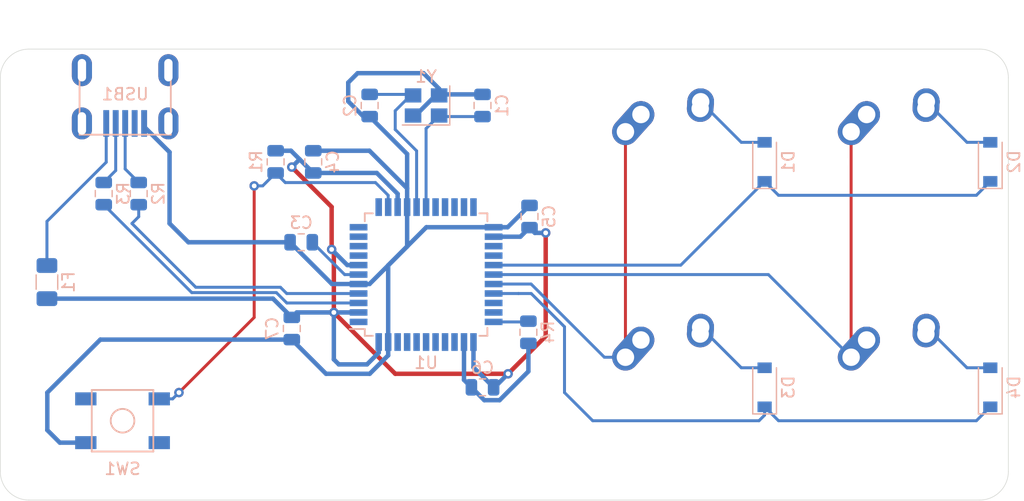
<source format=kicad_pcb>
(kicad_pcb (version 20171130) (host pcbnew 5.1.6)

  (general
    (thickness 1.6)
    (drawings 8)
    (tracks 165)
    (zones 0)
    (modules 24)
    (nets 45)
  )

  (page A4)
  (layers
    (0 F.Cu signal)
    (31 B.Cu signal)
    (32 B.Adhes user)
    (33 F.Adhes user)
    (34 B.Paste user)
    (35 F.Paste user)
    (36 B.SilkS user)
    (37 F.SilkS user)
    (38 B.Mask user)
    (39 F.Mask user)
    (40 Dwgs.User user)
    (41 Cmts.User user)
    (42 Eco1.User user)
    (43 Eco2.User user)
    (44 Edge.Cuts user)
    (45 Margin user)
    (46 B.CrtYd user)
    (47 F.CrtYd user)
    (48 B.Fab user)
    (49 F.Fab user)
  )

  (setup
    (last_trace_width 0.25)
    (trace_clearance 0.2)
    (zone_clearance 0.508)
    (zone_45_only no)
    (trace_min 0.2)
    (via_size 0.8)
    (via_drill 0.4)
    (via_min_size 0.4)
    (via_min_drill 0.3)
    (uvia_size 0.3)
    (uvia_drill 0.1)
    (uvias_allowed no)
    (uvia_min_size 0.2)
    (uvia_min_drill 0.1)
    (edge_width 0.05)
    (segment_width 0.2)
    (pcb_text_width 0.3)
    (pcb_text_size 1.5 1.5)
    (mod_edge_width 0.12)
    (mod_text_size 1 1)
    (mod_text_width 0.15)
    (pad_size 1.524 1.524)
    (pad_drill 0.762)
    (pad_to_mask_clearance 0.05)
    (aux_axis_origin 0 0)
    (visible_elements FFFFFF7F)
    (pcbplotparams
      (layerselection 0x010fc_ffffffff)
      (usegerberextensions false)
      (usegerberattributes true)
      (usegerberadvancedattributes true)
      (creategerberjobfile true)
      (excludeedgelayer true)
      (linewidth 0.100000)
      (plotframeref false)
      (viasonmask false)
      (mode 1)
      (useauxorigin false)
      (hpglpennumber 1)
      (hpglpenspeed 20)
      (hpglpendiameter 15.000000)
      (psnegative false)
      (psa4output false)
      (plotreference true)
      (plotvalue true)
      (plotinvisibletext false)
      (padsonsilk false)
      (subtractmaskfromsilk false)
      (outputformat 1)
      (mirror false)
      (drillshape 1)
      (scaleselection 1)
      (outputdirectory ""))
  )

  (net 0 "")
  (net 1 +5V)
  (net 2 "Net-(C1-Pad1)")
  (net 3 "Net-(C2-Pad1)")
  (net 4 "Net-(C3-Pad1)")
  (net 5 "Net-(D1-Pad2)")
  (net 6 ROW0)
  (net 7 "Net-(D2-Pad2)")
  (net 8 "Net-(D3-Pad2)")
  (net 9 ROW1)
  (net 10 "Net-(D4-Pad2)")
  (net 11 COL0)
  (net 12 COL1)
  (net 13 "Net-(R1-Pad2)")
  (net 14 D+)
  (net 15 "Net-(R2-Pad1)")
  (net 16 D-)
  (net 17 "Net-(R3-Pad1)")
  (net 18 "Net-(R4-Pad2)")
  (net 19 "Net-(U1-Pad42)")
  (net 20 "Net-(U1-Pad41)")
  (net 21 "Net-(U1-Pad40)")
  (net 22 "Net-(U1-Pad39)")
  (net 23 "Net-(U1-Pad38)")
  (net 24 "Net-(U1-Pad37)")
  (net 25 "Net-(U1-Pad36)")
  (net 26 "Net-(U1-Pad32)")
  (net 27 "Net-(U1-Pad31)")
  (net 28 "Net-(U1-Pad26)")
  (net 29 "Net-(U1-Pad25)")
  (net 30 "Net-(U1-Pad22)")
  (net 31 "Net-(U1-Pad21)")
  (net 32 "Net-(U1-Pad20)")
  (net 33 "Net-(U1-Pad19)")
  (net 34 "Net-(U1-Pad18)")
  (net 35 "Net-(U1-Pad12)")
  (net 36 "Net-(U1-Pad11)")
  (net 37 "Net-(U1-Pad10)")
  (net 38 "Net-(U1-Pad9)")
  (net 39 "Net-(U1-Pad8)")
  (net 40 "Net-(U1-Pad1)")
  (net 41 "Net-(USB1-Pad6)")
  (net 42 "Net-(USB1-Pad2)")
  (net 43 GND)
  (net 44 VCC)

  (net_class Default "This is the default net class."
    (clearance 0.2)
    (trace_width 0.25)
    (via_dia 0.8)
    (via_drill 0.4)
    (uvia_dia 0.3)
    (uvia_drill 0.1)
    (add_net COL0)
    (add_net COL1)
    (add_net D+)
    (add_net D-)
    (add_net "Net-(C1-Pad1)")
    (add_net "Net-(C2-Pad1)")
    (add_net "Net-(C3-Pad1)")
    (add_net "Net-(D1-Pad2)")
    (add_net "Net-(D2-Pad2)")
    (add_net "Net-(D3-Pad2)")
    (add_net "Net-(D4-Pad2)")
    (add_net "Net-(R1-Pad2)")
    (add_net "Net-(R2-Pad1)")
    (add_net "Net-(R3-Pad1)")
    (add_net "Net-(R4-Pad2)")
    (add_net "Net-(U1-Pad1)")
    (add_net "Net-(U1-Pad10)")
    (add_net "Net-(U1-Pad11)")
    (add_net "Net-(U1-Pad12)")
    (add_net "Net-(U1-Pad18)")
    (add_net "Net-(U1-Pad19)")
    (add_net "Net-(U1-Pad20)")
    (add_net "Net-(U1-Pad21)")
    (add_net "Net-(U1-Pad22)")
    (add_net "Net-(U1-Pad25)")
    (add_net "Net-(U1-Pad26)")
    (add_net "Net-(U1-Pad31)")
    (add_net "Net-(U1-Pad32)")
    (add_net "Net-(U1-Pad36)")
    (add_net "Net-(U1-Pad37)")
    (add_net "Net-(U1-Pad38)")
    (add_net "Net-(U1-Pad39)")
    (add_net "Net-(U1-Pad40)")
    (add_net "Net-(U1-Pad41)")
    (add_net "Net-(U1-Pad42)")
    (add_net "Net-(U1-Pad8)")
    (add_net "Net-(U1-Pad9)")
    (add_net "Net-(USB1-Pad2)")
    (add_net "Net-(USB1-Pad6)")
    (add_net ROW0)
    (add_net ROW1)
    (add_net VCC)
  )

  (net_class Power ""
    (clearance 0.2)
    (trace_width 0.375)
    (via_dia 0.8)
    (via_drill 0.4)
    (uvia_dia 0.3)
    (uvia_drill 0.1)
    (add_net +5V)
    (add_net GND)
  )

  (module MX_Alps_Hybrid:MX-1U-NoLED (layer F.Cu) (tedit 5A9F5203) (tstamp 5F379B5A)
    (at 139.1285 83.693)
    (path /5F3B561A)
    (fp_text reference MX2 (at 0 3.175) (layer Dwgs.User)
      (effects (font (size 1 1) (thickness 0.15)))
    )
    (fp_text value MX-NoLED (at 0 -7.9375) (layer Dwgs.User)
      (effects (font (size 1 1) (thickness 0.15)))
    )
    (fp_line (start -9.525 9.525) (end -9.525 -9.525) (layer Dwgs.User) (width 0.15))
    (fp_line (start 9.525 9.525) (end -9.525 9.525) (layer Dwgs.User) (width 0.15))
    (fp_line (start 9.525 -9.525) (end 9.525 9.525) (layer Dwgs.User) (width 0.15))
    (fp_line (start -9.525 -9.525) (end 9.525 -9.525) (layer Dwgs.User) (width 0.15))
    (fp_line (start -7 -7) (end -7 -5) (layer Dwgs.User) (width 0.15))
    (fp_line (start -5 -7) (end -7 -7) (layer Dwgs.User) (width 0.15))
    (fp_line (start -7 7) (end -5 7) (layer Dwgs.User) (width 0.15))
    (fp_line (start -7 5) (end -7 7) (layer Dwgs.User) (width 0.15))
    (fp_line (start 7 7) (end 7 5) (layer Dwgs.User) (width 0.15))
    (fp_line (start 5 7) (end 7 7) (layer Dwgs.User) (width 0.15))
    (fp_line (start 7 -7) (end 7 -5) (layer Dwgs.User) (width 0.15))
    (fp_line (start 5 -7) (end 7 -7) (layer Dwgs.User) (width 0.15))
    (pad "" np_thru_hole circle (at 5.08 0 48.0996) (size 1.75 1.75) (drill 1.75) (layers *.Cu *.Mask))
    (pad "" np_thru_hole circle (at -5.08 0 48.0996) (size 1.75 1.75) (drill 1.75) (layers *.Cu *.Mask))
    (pad 1 thru_hole circle (at -2.5 -4) (size 2.25 2.25) (drill 1.47) (layers *.Cu B.Mask)
      (net 12 COL1))
    (pad "" np_thru_hole circle (at 0 0) (size 3.9878 3.9878) (drill 3.9878) (layers *.Cu *.Mask))
    (pad 1 thru_hole oval (at -3.81 -2.54 48.0996) (size 4.211556 2.25) (drill 1.47 (offset 0.980778 0)) (layers *.Cu B.Mask)
      (net 12 COL1))
    (pad 2 thru_hole circle (at 2.54 -5.08) (size 2.25 2.25) (drill 1.47) (layers *.Cu B.Mask)
      (net 7 "Net-(D2-Pad2)"))
    (pad 2 thru_hole oval (at 2.5 -4.5 86.0548) (size 2.831378 2.25) (drill 1.47 (offset 0.290689 0)) (layers *.Cu B.Mask)
      (net 7 "Net-(D2-Pad2)"))
  )

  (module Resistor_SMD:R_0805_2012Metric (layer B.Cu) (tedit 5B36C52B) (tstamp 5F379B99)
    (at 86.741 83.693 270)
    (descr "Resistor SMD 0805 (2012 Metric), square (rectangular) end terminal, IPC_7351 nominal, (Body size source: https://docs.google.com/spreadsheets/d/1BsfQQcO9C6DZCsRaXUlFlo91Tg2WpOkGARC1WS5S8t0/edit?usp=sharing), generated with kicad-footprint-generator")
    (tags resistor)
    (path /5F3A29A1)
    (attr smd)
    (fp_text reference R1 (at 0 1.65 90) (layer B.SilkS)
      (effects (font (size 1 1) (thickness 0.15)) (justify mirror))
    )
    (fp_text value 10k (at 0 -1.65 90) (layer B.Fab)
      (effects (font (size 1 1) (thickness 0.15)) (justify mirror))
    )
    (fp_line (start 1.68 -0.95) (end -1.68 -0.95) (layer B.CrtYd) (width 0.05))
    (fp_line (start 1.68 0.95) (end 1.68 -0.95) (layer B.CrtYd) (width 0.05))
    (fp_line (start -1.68 0.95) (end 1.68 0.95) (layer B.CrtYd) (width 0.05))
    (fp_line (start -1.68 -0.95) (end -1.68 0.95) (layer B.CrtYd) (width 0.05))
    (fp_line (start -0.258578 -0.71) (end 0.258578 -0.71) (layer B.SilkS) (width 0.12))
    (fp_line (start -0.258578 0.71) (end 0.258578 0.71) (layer B.SilkS) (width 0.12))
    (fp_line (start 1 -0.6) (end -1 -0.6) (layer B.Fab) (width 0.1))
    (fp_line (start 1 0.6) (end 1 -0.6) (layer B.Fab) (width 0.1))
    (fp_line (start -1 0.6) (end 1 0.6) (layer B.Fab) (width 0.1))
    (fp_line (start -1 -0.6) (end -1 0.6) (layer B.Fab) (width 0.1))
    (fp_text user %R (at 0 0 90) (layer B.Fab)
      (effects (font (size 0.5 0.5) (thickness 0.08)) (justify mirror))
    )
    (pad 2 smd roundrect (at 0.9375 0 270) (size 0.975 1.4) (layers B.Cu B.Paste B.Mask) (roundrect_rratio 0.25)
      (net 13 "Net-(R1-Pad2)"))
    (pad 1 smd roundrect (at -0.9375 0 270) (size 0.975 1.4) (layers B.Cu B.Paste B.Mask) (roundrect_rratio 0.25)
      (net 1 +5V))
    (model ${KISYS3DMOD}/Resistor_SMD.3dshapes/R_0805_2012Metric.wrl
      (at (xyz 0 0 0))
      (scale (xyz 1 1 1))
      (rotate (xyz 0 0 0))
    )
  )

  (module Crystal:Crystal_SMD_3225-4Pin_3.2x2.5mm (layer B.Cu) (tedit 5A0FD1B2) (tstamp 5F379C61)
    (at 99.441 78.9305 180)
    (descr "SMD Crystal SERIES SMD3225/4 http://www.txccrystal.com/images/pdf/7m-accuracy.pdf, 3.2x2.5mm^2 package")
    (tags "SMD SMT crystal")
    (path /5F393F38)
    (attr smd)
    (fp_text reference Y1 (at 0 2.45) (layer B.SilkS)
      (effects (font (size 1 1) (thickness 0.15)) (justify mirror))
    )
    (fp_text value 16MHz (at 0 -2.45) (layer B.Fab)
      (effects (font (size 1 1) (thickness 0.15)) (justify mirror))
    )
    (fp_line (start 2.1 1.7) (end -2.1 1.7) (layer B.CrtYd) (width 0.05))
    (fp_line (start 2.1 -1.7) (end 2.1 1.7) (layer B.CrtYd) (width 0.05))
    (fp_line (start -2.1 -1.7) (end 2.1 -1.7) (layer B.CrtYd) (width 0.05))
    (fp_line (start -2.1 1.7) (end -2.1 -1.7) (layer B.CrtYd) (width 0.05))
    (fp_line (start -2 -1.65) (end 2 -1.65) (layer B.SilkS) (width 0.12))
    (fp_line (start -2 1.65) (end -2 -1.65) (layer B.SilkS) (width 0.12))
    (fp_line (start -1.6 -0.25) (end -0.6 -1.25) (layer B.Fab) (width 0.1))
    (fp_line (start 1.6 1.25) (end -1.6 1.25) (layer B.Fab) (width 0.1))
    (fp_line (start 1.6 -1.25) (end 1.6 1.25) (layer B.Fab) (width 0.1))
    (fp_line (start -1.6 -1.25) (end 1.6 -1.25) (layer B.Fab) (width 0.1))
    (fp_line (start -1.6 1.25) (end -1.6 -1.25) (layer B.Fab) (width 0.1))
    (fp_text user %R (at 0 0) (layer B.Fab)
      (effects (font (size 0.7 0.7) (thickness 0.105)) (justify mirror))
    )
    (pad 4 smd rect (at -1.1 0.85 180) (size 1.4 1.2) (layers B.Cu B.Paste B.Mask)
      (net 43 GND))
    (pad 3 smd rect (at 1.1 0.85 180) (size 1.4 1.2) (layers B.Cu B.Paste B.Mask)
      (net 3 "Net-(C2-Pad1)"))
    (pad 2 smd rect (at 1.1 -0.85 180) (size 1.4 1.2) (layers B.Cu B.Paste B.Mask)
      (net 43 GND))
    (pad 1 smd rect (at -1.1 -0.85 180) (size 1.4 1.2) (layers B.Cu B.Paste B.Mask)
      (net 2 "Net-(C1-Pad1)"))
    (model ${KISYS3DMOD}/Crystal.3dshapes/Crystal_SMD_3225-4Pin_3.2x2.5mm.wrl
      (at (xyz 0 0 0))
      (scale (xyz 1 1 1))
      (rotate (xyz 0 0 0))
    )
  )

  (module random-keyboard-parts:Molex-0548190589 (layer B.Cu) (tedit 5C494815) (tstamp 5F379C4D)
    (at 74.041 75.946 270)
    (path /5F3A7983)
    (attr smd)
    (fp_text reference USB1 (at 2.032 0) (layer B.SilkS)
      (effects (font (size 1 1) (thickness 0.15)) (justify mirror))
    )
    (fp_text value Molex-0548190589 (at -5.08 0) (layer Dwgs.User)
      (effects (font (size 1 1) (thickness 0.15)))
    )
    (fp_line (start 3.25 1.25) (end 5.5 1.25) (layer B.CrtYd) (width 0.15))
    (fp_line (start 5.5 0.5) (end 3.25 0.5) (layer B.CrtYd) (width 0.15))
    (fp_line (start 3.25 -0.5) (end 5.5 -0.5) (layer B.CrtYd) (width 0.15))
    (fp_line (start 5.5 -1.25) (end 3.25 -1.25) (layer B.CrtYd) (width 0.15))
    (fp_line (start 3.25 -2) (end 5.5 -2) (layer B.CrtYd) (width 0.15))
    (fp_line (start 3.25 2) (end 3.25 -2) (layer B.CrtYd) (width 0.15))
    (fp_line (start 5.5 2) (end 3.25 2) (layer B.CrtYd) (width 0.15))
    (fp_line (start -3.75 -3.75) (end -3.75 3.75) (layer B.CrtYd) (width 0.15))
    (fp_line (start 5.5 -3.75) (end -3.75 -3.75) (layer B.CrtYd) (width 0.15))
    (fp_line (start 5.5 3.75) (end 5.5 -3.75) (layer B.CrtYd) (width 0.15))
    (fp_line (start -3.75 3.75) (end 5.5 3.75) (layer B.CrtYd) (width 0.15))
    (fp_line (start 0 3.85) (end 5.45 3.85) (layer B.SilkS) (width 0.15))
    (fp_line (start 0 -3.85) (end 5.45 -3.85) (layer B.SilkS) (width 0.15))
    (fp_line (start 5.45 3.85) (end 5.45 -3.85) (layer B.SilkS) (width 0.15))
    (fp_line (start -3.75 3.85) (end 0 3.85) (layer Dwgs.User) (width 0.15))
    (fp_line (start -3.75 -3.85) (end 0 -3.85) (layer Dwgs.User) (width 0.15))
    (fp_line (start -1.75 4.572) (end -1.75 -4.572) (layer Dwgs.User) (width 0.15))
    (fp_line (start -3.75 3.85) (end -3.75 -3.85) (layer Dwgs.User) (width 0.15))
    (fp_text user %R (at 2 0) (layer B.CrtYd)
      (effects (font (size 1 1) (thickness 0.15)) (justify mirror))
    )
    (pad 6 thru_hole oval (at 0 3.65 270) (size 2.7 1.7) (drill oval 1.9 0.7) (layers *.Cu *.Mask)
      (net 41 "Net-(USB1-Pad6)"))
    (pad 6 thru_hole oval (at 0 -3.65 270) (size 2.7 1.7) (drill oval 1.9 0.7) (layers *.Cu *.Mask)
      (net 41 "Net-(USB1-Pad6)"))
    (pad 6 thru_hole oval (at 4.5 -3.65 270) (size 2.7 1.7) (drill oval 1.9 0.7) (layers *.Cu *.Mask)
      (net 41 "Net-(USB1-Pad6)"))
    (pad 6 thru_hole oval (at 4.5 3.65 270) (size 2.7 1.7) (drill oval 1.9 0.7) (layers *.Cu *.Mask)
      (net 41 "Net-(USB1-Pad6)"))
    (pad 5 smd rect (at 4.5 1.6 270) (size 2.25 0.5) (layers B.Cu B.Paste B.Mask)
      (net 44 VCC))
    (pad 4 smd rect (at 4.5 0.8 270) (size 2.25 0.5) (layers B.Cu B.Paste B.Mask)
      (net 16 D-))
    (pad 3 smd rect (at 4.5 0 270) (size 2.25 0.5) (layers B.Cu B.Paste B.Mask)
      (net 14 D+))
    (pad 2 smd rect (at 4.5 -0.8 270) (size 2.25 0.5) (layers B.Cu B.Paste B.Mask)
      (net 42 "Net-(USB1-Pad2)"))
    (pad 1 smd rect (at 4.5 -1.6 270) (size 2.25 0.5) (layers B.Cu B.Paste B.Mask)
      (net 43 GND))
  )

  (module Package_QFP:TQFP-44_10x10mm_P0.8mm (layer B.Cu) (tedit 5A02F146) (tstamp 5F379C2D)
    (at 99.441 93.218)
    (descr "44-Lead Plastic Thin Quad Flatpack (PT) - 10x10x1.0 mm Body [TQFP] (see Microchip Packaging Specification 00000049BS.pdf)")
    (tags "QFP 0.8")
    (path /5F37347B)
    (attr smd)
    (fp_text reference U1 (at 0 7.45) (layer B.SilkS)
      (effects (font (size 1 1) (thickness 0.15)) (justify mirror))
    )
    (fp_text value ATmega32U4-AU (at 0 -7.45) (layer B.Fab)
      (effects (font (size 1 1) (thickness 0.15)) (justify mirror))
    )
    (fp_line (start -5.175 4.6) (end -6.45 4.6) (layer B.SilkS) (width 0.15))
    (fp_line (start 5.175 5.175) (end 4.5 5.175) (layer B.SilkS) (width 0.15))
    (fp_line (start 5.175 -5.175) (end 4.5 -5.175) (layer B.SilkS) (width 0.15))
    (fp_line (start -5.175 -5.175) (end -4.5 -5.175) (layer B.SilkS) (width 0.15))
    (fp_line (start -5.175 5.175) (end -4.5 5.175) (layer B.SilkS) (width 0.15))
    (fp_line (start -5.175 -5.175) (end -5.175 -4.5) (layer B.SilkS) (width 0.15))
    (fp_line (start 5.175 -5.175) (end 5.175 -4.5) (layer B.SilkS) (width 0.15))
    (fp_line (start 5.175 5.175) (end 5.175 4.5) (layer B.SilkS) (width 0.15))
    (fp_line (start -5.175 5.175) (end -5.175 4.6) (layer B.SilkS) (width 0.15))
    (fp_line (start -6.7 -6.7) (end 6.7 -6.7) (layer B.CrtYd) (width 0.05))
    (fp_line (start -6.7 6.7) (end 6.7 6.7) (layer B.CrtYd) (width 0.05))
    (fp_line (start 6.7 6.7) (end 6.7 -6.7) (layer B.CrtYd) (width 0.05))
    (fp_line (start -6.7 6.7) (end -6.7 -6.7) (layer B.CrtYd) (width 0.05))
    (fp_line (start -5 4) (end -4 5) (layer B.Fab) (width 0.15))
    (fp_line (start -5 -5) (end -5 4) (layer B.Fab) (width 0.15))
    (fp_line (start 5 -5) (end -5 -5) (layer B.Fab) (width 0.15))
    (fp_line (start 5 5) (end 5 -5) (layer B.Fab) (width 0.15))
    (fp_line (start -4 5) (end 5 5) (layer B.Fab) (width 0.15))
    (fp_text user %R (at 0 0) (layer B.Fab)
      (effects (font (size 1 1) (thickness 0.15)) (justify mirror))
    )
    (pad 44 smd rect (at -4 5.7 270) (size 1.5 0.55) (layers B.Cu B.Paste B.Mask)
      (net 1 +5V))
    (pad 43 smd rect (at -3.2 5.7 270) (size 1.5 0.55) (layers B.Cu B.Paste B.Mask)
      (net 43 GND))
    (pad 42 smd rect (at -2.4 5.7 270) (size 1.5 0.55) (layers B.Cu B.Paste B.Mask)
      (net 19 "Net-(U1-Pad42)"))
    (pad 41 smd rect (at -1.6 5.7 270) (size 1.5 0.55) (layers B.Cu B.Paste B.Mask)
      (net 20 "Net-(U1-Pad41)"))
    (pad 40 smd rect (at -0.8 5.7 270) (size 1.5 0.55) (layers B.Cu B.Paste B.Mask)
      (net 21 "Net-(U1-Pad40)"))
    (pad 39 smd rect (at 0 5.7 270) (size 1.5 0.55) (layers B.Cu B.Paste B.Mask)
      (net 22 "Net-(U1-Pad39)"))
    (pad 38 smd rect (at 0.8 5.7 270) (size 1.5 0.55) (layers B.Cu B.Paste B.Mask)
      (net 23 "Net-(U1-Pad38)"))
    (pad 37 smd rect (at 1.6 5.7 270) (size 1.5 0.55) (layers B.Cu B.Paste B.Mask)
      (net 24 "Net-(U1-Pad37)"))
    (pad 36 smd rect (at 2.4 5.7 270) (size 1.5 0.55) (layers B.Cu B.Paste B.Mask)
      (net 25 "Net-(U1-Pad36)"))
    (pad 35 smd rect (at 3.2 5.7 270) (size 1.5 0.55) (layers B.Cu B.Paste B.Mask)
      (net 43 GND))
    (pad 34 smd rect (at 4 5.7 270) (size 1.5 0.55) (layers B.Cu B.Paste B.Mask)
      (net 1 +5V))
    (pad 33 smd rect (at 5.7 4) (size 1.5 0.55) (layers B.Cu B.Paste B.Mask)
      (net 18 "Net-(R4-Pad2)"))
    (pad 32 smd rect (at 5.7 3.2) (size 1.5 0.55) (layers B.Cu B.Paste B.Mask)
      (net 26 "Net-(U1-Pad32)"))
    (pad 31 smd rect (at 5.7 2.4) (size 1.5 0.55) (layers B.Cu B.Paste B.Mask)
      (net 27 "Net-(U1-Pad31)"))
    (pad 30 smd rect (at 5.7 1.6) (size 1.5 0.55) (layers B.Cu B.Paste B.Mask)
      (net 9 ROW1))
    (pad 29 smd rect (at 5.7 0.8) (size 1.5 0.55) (layers B.Cu B.Paste B.Mask)
      (net 11 COL0))
    (pad 28 smd rect (at 5.7 0) (size 1.5 0.55) (layers B.Cu B.Paste B.Mask)
      (net 12 COL1))
    (pad 27 smd rect (at 5.7 -0.8) (size 1.5 0.55) (layers B.Cu B.Paste B.Mask)
      (net 6 ROW0))
    (pad 26 smd rect (at 5.7 -1.6) (size 1.5 0.55) (layers B.Cu B.Paste B.Mask)
      (net 28 "Net-(U1-Pad26)"))
    (pad 25 smd rect (at 5.7 -2.4) (size 1.5 0.55) (layers B.Cu B.Paste B.Mask)
      (net 29 "Net-(U1-Pad25)"))
    (pad 24 smd rect (at 5.7 -3.2) (size 1.5 0.55) (layers B.Cu B.Paste B.Mask)
      (net 1 +5V))
    (pad 23 smd rect (at 5.7 -4) (size 1.5 0.55) (layers B.Cu B.Paste B.Mask)
      (net 43 GND))
    (pad 22 smd rect (at 4 -5.7 270) (size 1.5 0.55) (layers B.Cu B.Paste B.Mask)
      (net 30 "Net-(U1-Pad22)"))
    (pad 21 smd rect (at 3.2 -5.7 270) (size 1.5 0.55) (layers B.Cu B.Paste B.Mask)
      (net 31 "Net-(U1-Pad21)"))
    (pad 20 smd rect (at 2.4 -5.7 270) (size 1.5 0.55) (layers B.Cu B.Paste B.Mask)
      (net 32 "Net-(U1-Pad20)"))
    (pad 19 smd rect (at 1.6 -5.7 270) (size 1.5 0.55) (layers B.Cu B.Paste B.Mask)
      (net 33 "Net-(U1-Pad19)"))
    (pad 18 smd rect (at 0.8 -5.7 270) (size 1.5 0.55) (layers B.Cu B.Paste B.Mask)
      (net 34 "Net-(U1-Pad18)"))
    (pad 17 smd rect (at 0 -5.7 270) (size 1.5 0.55) (layers B.Cu B.Paste B.Mask)
      (net 2 "Net-(C1-Pad1)"))
    (pad 16 smd rect (at -0.8 -5.7 270) (size 1.5 0.55) (layers B.Cu B.Paste B.Mask)
      (net 3 "Net-(C2-Pad1)"))
    (pad 15 smd rect (at -1.6 -5.7 270) (size 1.5 0.55) (layers B.Cu B.Paste B.Mask)
      (net 43 GND))
    (pad 14 smd rect (at -2.4 -5.7 270) (size 1.5 0.55) (layers B.Cu B.Paste B.Mask)
      (net 1 +5V))
    (pad 13 smd rect (at -3.2 -5.7 270) (size 1.5 0.55) (layers B.Cu B.Paste B.Mask)
      (net 13 "Net-(R1-Pad2)"))
    (pad 12 smd rect (at -4 -5.7 270) (size 1.5 0.55) (layers B.Cu B.Paste B.Mask)
      (net 35 "Net-(U1-Pad12)"))
    (pad 11 smd rect (at -5.7 -4) (size 1.5 0.55) (layers B.Cu B.Paste B.Mask)
      (net 36 "Net-(U1-Pad11)"))
    (pad 10 smd rect (at -5.7 -3.2) (size 1.5 0.55) (layers B.Cu B.Paste B.Mask)
      (net 37 "Net-(U1-Pad10)"))
    (pad 9 smd rect (at -5.7 -2.4) (size 1.5 0.55) (layers B.Cu B.Paste B.Mask)
      (net 38 "Net-(U1-Pad9)"))
    (pad 8 smd rect (at -5.7 -1.6) (size 1.5 0.55) (layers B.Cu B.Paste B.Mask)
      (net 39 "Net-(U1-Pad8)"))
    (pad 7 smd rect (at -5.7 -0.8) (size 1.5 0.55) (layers B.Cu B.Paste B.Mask)
      (net 1 +5V))
    (pad 6 smd rect (at -5.7 0) (size 1.5 0.55) (layers B.Cu B.Paste B.Mask)
      (net 4 "Net-(C3-Pad1)"))
    (pad 5 smd rect (at -5.7 0.8) (size 1.5 0.55) (layers B.Cu B.Paste B.Mask)
      (net 43 GND))
    (pad 4 smd rect (at -5.7 1.6) (size 1.5 0.55) (layers B.Cu B.Paste B.Mask)
      (net 15 "Net-(R2-Pad1)"))
    (pad 3 smd rect (at -5.7 2.4) (size 1.5 0.55) (layers B.Cu B.Paste B.Mask)
      (net 17 "Net-(R3-Pad1)"))
    (pad 2 smd rect (at -5.7 3.2) (size 1.5 0.55) (layers B.Cu B.Paste B.Mask)
      (net 1 +5V))
    (pad 1 smd rect (at -5.7 4) (size 1.5 0.55) (layers B.Cu B.Paste B.Mask)
      (net 40 "Net-(U1-Pad1)"))
    (model ${KISYS3DMOD}/Package_QFP.3dshapes/TQFP-44_10x10mm_P0.8mm.wrl
      (at (xyz 0 0 0))
      (scale (xyz 1 1 1))
      (rotate (xyz 0 0 0))
    )
  )

  (module random-keyboard-parts:SKQG-1155865 (layer B.Cu) (tedit 5E62B398) (tstamp 5F379BEA)
    (at 73.81875 105.56875 180)
    (path /5F39F76F)
    (attr smd)
    (fp_text reference SW1 (at 0 -4.064) (layer B.SilkS)
      (effects (font (size 1 1) (thickness 0.15)) (justify mirror))
    )
    (fp_text value SW_Push (at 0 4.064) (layer B.Fab)
      (effects (font (size 1 1) (thickness 0.15)) (justify mirror))
    )
    (fp_line (start -2.6 2.6) (end 2.6 2.6) (layer B.SilkS) (width 0.15))
    (fp_line (start 2.6 2.6) (end 2.6 -2.6) (layer B.SilkS) (width 0.15))
    (fp_line (start 2.6 -2.6) (end -2.6 -2.6) (layer B.SilkS) (width 0.15))
    (fp_line (start -2.6 -2.6) (end -2.6 2.6) (layer B.SilkS) (width 0.15))
    (fp_circle (center 0 0) (end 1 0) (layer B.SilkS) (width 0.15))
    (fp_line (start -4.2 2.6) (end 4.2 2.6) (layer B.Fab) (width 0.15))
    (fp_line (start 4.2 2.6) (end 4.2 1.2) (layer B.Fab) (width 0.15))
    (fp_line (start 4.2 1.1) (end 2.6 1.1) (layer B.Fab) (width 0.15))
    (fp_line (start 2.6 1.1) (end 2.6 -1.1) (layer B.Fab) (width 0.15))
    (fp_line (start 2.6 -1.1) (end 4.2 -1.1) (layer B.Fab) (width 0.15))
    (fp_line (start 4.2 -1.1) (end 4.2 -2.6) (layer B.Fab) (width 0.15))
    (fp_line (start 4.2 -2.6) (end -4.2 -2.6) (layer B.Fab) (width 0.15))
    (fp_line (start -4.2 -2.6) (end -4.2 -1.1) (layer B.Fab) (width 0.15))
    (fp_line (start -4.2 -1.1) (end -2.6 -1.1) (layer B.Fab) (width 0.15))
    (fp_line (start -2.6 -1.1) (end -2.6 1.1) (layer B.Fab) (width 0.15))
    (fp_line (start -2.6 1.1) (end -4.2 1.1) (layer B.Fab) (width 0.15))
    (fp_line (start -4.2 1.1) (end -4.2 2.6) (layer B.Fab) (width 0.15))
    (fp_circle (center 0 0) (end 1 0) (layer B.Fab) (width 0.15))
    (fp_line (start -2.6 1.1) (end -1.1 2.6) (layer B.Fab) (width 0.15))
    (fp_line (start 2.6 1.1) (end 1.1 2.6) (layer B.Fab) (width 0.15))
    (fp_line (start 2.6 -1.1) (end 1.1 -2.6) (layer B.Fab) (width 0.15))
    (fp_line (start -2.6 -1.1) (end -1.1 -2.6) (layer B.Fab) (width 0.15))
    (pad 4 smd rect (at -3.1 -1.85 180) (size 1.8 1.1) (layers B.Cu B.Paste B.Mask))
    (pad 3 smd rect (at 3.1 1.85 180) (size 1.8 1.1) (layers B.Cu B.Paste B.Mask))
    (pad 2 smd rect (at -3.1 1.85 180) (size 1.8 1.1) (layers B.Cu B.Paste B.Mask)
      (net 13 "Net-(R1-Pad2)"))
    (pad 1 smd rect (at 3.1 -1.85 180) (size 1.8 1.1) (layers B.Cu B.Paste B.Mask)
      (net 43 GND))
    (model ${KISYS3DMOD}/Button_Switch_SMD.3dshapes/SW_SPST_TL3342.step
      (at (xyz 0 0 0))
      (scale (xyz 1 1 1))
      (rotate (xyz 0 0 0))
    )
  )

  (module Resistor_SMD:R_0805_2012Metric (layer B.Cu) (tedit 5B36C52B) (tstamp 5F379BCC)
    (at 108.077 98.0925 90)
    (descr "Resistor SMD 0805 (2012 Metric), square (rectangular) end terminal, IPC_7351 nominal, (Body size source: https://docs.google.com/spreadsheets/d/1BsfQQcO9C6DZCsRaXUlFlo91Tg2WpOkGARC1WS5S8t0/edit?usp=sharing), generated with kicad-footprint-generator")
    (tags resistor)
    (path /5F3767D8)
    (attr smd)
    (fp_text reference R4 (at 0 1.65 270) (layer B.SilkS)
      (effects (font (size 1 1) (thickness 0.15)) (justify mirror))
    )
    (fp_text value 10k (at 0 -1.65 270) (layer B.Fab)
      (effects (font (size 1 1) (thickness 0.15)) (justify mirror))
    )
    (fp_line (start 1.68 -0.95) (end -1.68 -0.95) (layer B.CrtYd) (width 0.05))
    (fp_line (start 1.68 0.95) (end 1.68 -0.95) (layer B.CrtYd) (width 0.05))
    (fp_line (start -1.68 0.95) (end 1.68 0.95) (layer B.CrtYd) (width 0.05))
    (fp_line (start -1.68 -0.95) (end -1.68 0.95) (layer B.CrtYd) (width 0.05))
    (fp_line (start -0.258578 -0.71) (end 0.258578 -0.71) (layer B.SilkS) (width 0.12))
    (fp_line (start -0.258578 0.71) (end 0.258578 0.71) (layer B.SilkS) (width 0.12))
    (fp_line (start 1 -0.6) (end -1 -0.6) (layer B.Fab) (width 0.1))
    (fp_line (start 1 0.6) (end 1 -0.6) (layer B.Fab) (width 0.1))
    (fp_line (start -1 0.6) (end 1 0.6) (layer B.Fab) (width 0.1))
    (fp_line (start -1 -0.6) (end -1 0.6) (layer B.Fab) (width 0.1))
    (fp_text user %R (at 0 0 270) (layer B.Fab)
      (effects (font (size 0.5 0.5) (thickness 0.08)) (justify mirror))
    )
    (pad 2 smd roundrect (at 0.9375 0 90) (size 0.975 1.4) (layers B.Cu B.Paste B.Mask) (roundrect_rratio 0.25)
      (net 18 "Net-(R4-Pad2)"))
    (pad 1 smd roundrect (at -0.9375 0 90) (size 0.975 1.4) (layers B.Cu B.Paste B.Mask) (roundrect_rratio 0.25)
      (net 43 GND))
    (model ${KISYS3DMOD}/Resistor_SMD.3dshapes/R_0805_2012Metric.wrl
      (at (xyz 0 0 0))
      (scale (xyz 1 1 1))
      (rotate (xyz 0 0 0))
    )
  )

  (module Resistor_SMD:R_0805_2012Metric (layer B.Cu) (tedit 5B36C52B) (tstamp 5F379BBB)
    (at 72.23125 86.375 90)
    (descr "Resistor SMD 0805 (2012 Metric), square (rectangular) end terminal, IPC_7351 nominal, (Body size source: https://docs.google.com/spreadsheets/d/1BsfQQcO9C6DZCsRaXUlFlo91Tg2WpOkGARC1WS5S8t0/edit?usp=sharing), generated with kicad-footprint-generator")
    (tags resistor)
    (path /5F37A145)
    (attr smd)
    (fp_text reference R3 (at 0 1.65 90) (layer B.SilkS)
      (effects (font (size 1 1) (thickness 0.15)) (justify mirror))
    )
    (fp_text value 22 (at 0 -1.65 90) (layer B.Fab)
      (effects (font (size 1 1) (thickness 0.15)) (justify mirror))
    )
    (fp_line (start 1.68 -0.95) (end -1.68 -0.95) (layer B.CrtYd) (width 0.05))
    (fp_line (start 1.68 0.95) (end 1.68 -0.95) (layer B.CrtYd) (width 0.05))
    (fp_line (start -1.68 0.95) (end 1.68 0.95) (layer B.CrtYd) (width 0.05))
    (fp_line (start -1.68 -0.95) (end -1.68 0.95) (layer B.CrtYd) (width 0.05))
    (fp_line (start -0.258578 -0.71) (end 0.258578 -0.71) (layer B.SilkS) (width 0.12))
    (fp_line (start -0.258578 0.71) (end 0.258578 0.71) (layer B.SilkS) (width 0.12))
    (fp_line (start 1 -0.6) (end -1 -0.6) (layer B.Fab) (width 0.1))
    (fp_line (start 1 0.6) (end 1 -0.6) (layer B.Fab) (width 0.1))
    (fp_line (start -1 0.6) (end 1 0.6) (layer B.Fab) (width 0.1))
    (fp_line (start -1 -0.6) (end -1 0.6) (layer B.Fab) (width 0.1))
    (fp_text user %R (at 0 0 90) (layer B.Fab)
      (effects (font (size 0.5 0.5) (thickness 0.08)) (justify mirror))
    )
    (pad 2 smd roundrect (at 0.9375 0 90) (size 0.975 1.4) (layers B.Cu B.Paste B.Mask) (roundrect_rratio 0.25)
      (net 16 D-))
    (pad 1 smd roundrect (at -0.9375 0 90) (size 0.975 1.4) (layers B.Cu B.Paste B.Mask) (roundrect_rratio 0.25)
      (net 17 "Net-(R3-Pad1)"))
    (model ${KISYS3DMOD}/Resistor_SMD.3dshapes/R_0805_2012Metric.wrl
      (at (xyz 0 0 0))
      (scale (xyz 1 1 1))
      (rotate (xyz 0 0 0))
    )
  )

  (module Resistor_SMD:R_0805_2012Metric (layer B.Cu) (tedit 5B36C52B) (tstamp 5F379BAA)
    (at 75.184 86.375 90)
    (descr "Resistor SMD 0805 (2012 Metric), square (rectangular) end terminal, IPC_7351 nominal, (Body size source: https://docs.google.com/spreadsheets/d/1BsfQQcO9C6DZCsRaXUlFlo91Tg2WpOkGARC1WS5S8t0/edit?usp=sharing), generated with kicad-footprint-generator")
    (tags resistor)
    (path /5F37888A)
    (attr smd)
    (fp_text reference R2 (at 0 1.65 90) (layer B.SilkS)
      (effects (font (size 1 1) (thickness 0.15)) (justify mirror))
    )
    (fp_text value 22 (at 0 -1.65 90) (layer B.Fab)
      (effects (font (size 1 1) (thickness 0.15)) (justify mirror))
    )
    (fp_line (start 1.68 -0.95) (end -1.68 -0.95) (layer B.CrtYd) (width 0.05))
    (fp_line (start 1.68 0.95) (end 1.68 -0.95) (layer B.CrtYd) (width 0.05))
    (fp_line (start -1.68 0.95) (end 1.68 0.95) (layer B.CrtYd) (width 0.05))
    (fp_line (start -1.68 -0.95) (end -1.68 0.95) (layer B.CrtYd) (width 0.05))
    (fp_line (start -0.258578 -0.71) (end 0.258578 -0.71) (layer B.SilkS) (width 0.12))
    (fp_line (start -0.258578 0.71) (end 0.258578 0.71) (layer B.SilkS) (width 0.12))
    (fp_line (start 1 -0.6) (end -1 -0.6) (layer B.Fab) (width 0.1))
    (fp_line (start 1 0.6) (end 1 -0.6) (layer B.Fab) (width 0.1))
    (fp_line (start -1 0.6) (end 1 0.6) (layer B.Fab) (width 0.1))
    (fp_line (start -1 -0.6) (end -1 0.6) (layer B.Fab) (width 0.1))
    (fp_text user %R (at 0 0 90) (layer B.Fab)
      (effects (font (size 0.5 0.5) (thickness 0.08)) (justify mirror))
    )
    (pad 2 smd roundrect (at 0.9375 0 90) (size 0.975 1.4) (layers B.Cu B.Paste B.Mask) (roundrect_rratio 0.25)
      (net 14 D+))
    (pad 1 smd roundrect (at -0.9375 0 90) (size 0.975 1.4) (layers B.Cu B.Paste B.Mask) (roundrect_rratio 0.25)
      (net 15 "Net-(R2-Pad1)"))
    (model ${KISYS3DMOD}/Resistor_SMD.3dshapes/R_0805_2012Metric.wrl
      (at (xyz 0 0 0))
      (scale (xyz 1 1 1))
      (rotate (xyz 0 0 0))
    )
  )

  (module MX_Alps_Hybrid:MX-1U-NoLED (layer F.Cu) (tedit 5A9F5203) (tstamp 5F379B88)
    (at 139.1285 102.743)
    (path /5F3B8106)
    (fp_text reference MX4 (at 0 3.175) (layer Dwgs.User)
      (effects (font (size 1 1) (thickness 0.15)))
    )
    (fp_text value MX-NoLED (at 0 -7.9375) (layer Dwgs.User)
      (effects (font (size 1 1) (thickness 0.15)))
    )
    (fp_line (start -9.525 9.525) (end -9.525 -9.525) (layer Dwgs.User) (width 0.15))
    (fp_line (start 9.525 9.525) (end -9.525 9.525) (layer Dwgs.User) (width 0.15))
    (fp_line (start 9.525 -9.525) (end 9.525 9.525) (layer Dwgs.User) (width 0.15))
    (fp_line (start -9.525 -9.525) (end 9.525 -9.525) (layer Dwgs.User) (width 0.15))
    (fp_line (start -7 -7) (end -7 -5) (layer Dwgs.User) (width 0.15))
    (fp_line (start -5 -7) (end -7 -7) (layer Dwgs.User) (width 0.15))
    (fp_line (start -7 7) (end -5 7) (layer Dwgs.User) (width 0.15))
    (fp_line (start -7 5) (end -7 7) (layer Dwgs.User) (width 0.15))
    (fp_line (start 7 7) (end 7 5) (layer Dwgs.User) (width 0.15))
    (fp_line (start 5 7) (end 7 7) (layer Dwgs.User) (width 0.15))
    (fp_line (start 7 -7) (end 7 -5) (layer Dwgs.User) (width 0.15))
    (fp_line (start 5 -7) (end 7 -7) (layer Dwgs.User) (width 0.15))
    (pad "" np_thru_hole circle (at 5.08 0 48.0996) (size 1.75 1.75) (drill 1.75) (layers *.Cu *.Mask))
    (pad "" np_thru_hole circle (at -5.08 0 48.0996) (size 1.75 1.75) (drill 1.75) (layers *.Cu *.Mask))
    (pad 1 thru_hole circle (at -2.5 -4) (size 2.25 2.25) (drill 1.47) (layers *.Cu B.Mask)
      (net 12 COL1))
    (pad "" np_thru_hole circle (at 0 0) (size 3.9878 3.9878) (drill 3.9878) (layers *.Cu *.Mask))
    (pad 1 thru_hole oval (at -3.81 -2.54 48.0996) (size 4.211556 2.25) (drill 1.47 (offset 0.980778 0)) (layers *.Cu B.Mask)
      (net 12 COL1))
    (pad 2 thru_hole circle (at 2.54 -5.08) (size 2.25 2.25) (drill 1.47) (layers *.Cu B.Mask)
      (net 10 "Net-(D4-Pad2)"))
    (pad 2 thru_hole oval (at 2.5 -4.5 86.0548) (size 2.831378 2.25) (drill 1.47 (offset 0.290689 0)) (layers *.Cu B.Mask)
      (net 10 "Net-(D4-Pad2)"))
  )

  (module MX_Alps_Hybrid:MX-1U-NoLED (layer F.Cu) (tedit 5A9F5203) (tstamp 5F379B71)
    (at 120.0785 102.743)
    (path /5F3B9287)
    (fp_text reference MX3 (at 0 3.175) (layer Dwgs.User)
      (effects (font (size 1 1) (thickness 0.15)))
    )
    (fp_text value MX-NoLED (at 0 -7.9375) (layer Dwgs.User)
      (effects (font (size 1 1) (thickness 0.15)))
    )
    (fp_line (start -9.525 9.525) (end -9.525 -9.525) (layer Dwgs.User) (width 0.15))
    (fp_line (start 9.525 9.525) (end -9.525 9.525) (layer Dwgs.User) (width 0.15))
    (fp_line (start 9.525 -9.525) (end 9.525 9.525) (layer Dwgs.User) (width 0.15))
    (fp_line (start -9.525 -9.525) (end 9.525 -9.525) (layer Dwgs.User) (width 0.15))
    (fp_line (start -7 -7) (end -7 -5) (layer Dwgs.User) (width 0.15))
    (fp_line (start -5 -7) (end -7 -7) (layer Dwgs.User) (width 0.15))
    (fp_line (start -7 7) (end -5 7) (layer Dwgs.User) (width 0.15))
    (fp_line (start -7 5) (end -7 7) (layer Dwgs.User) (width 0.15))
    (fp_line (start 7 7) (end 7 5) (layer Dwgs.User) (width 0.15))
    (fp_line (start 5 7) (end 7 7) (layer Dwgs.User) (width 0.15))
    (fp_line (start 7 -7) (end 7 -5) (layer Dwgs.User) (width 0.15))
    (fp_line (start 5 -7) (end 7 -7) (layer Dwgs.User) (width 0.15))
    (pad "" np_thru_hole circle (at 5.08 0 48.0996) (size 1.75 1.75) (drill 1.75) (layers *.Cu *.Mask))
    (pad "" np_thru_hole circle (at -5.08 0 48.0996) (size 1.75 1.75) (drill 1.75) (layers *.Cu *.Mask))
    (pad 1 thru_hole circle (at -2.5 -4) (size 2.25 2.25) (drill 1.47) (layers *.Cu B.Mask)
      (net 11 COL0))
    (pad "" np_thru_hole circle (at 0 0) (size 3.9878 3.9878) (drill 3.9878) (layers *.Cu *.Mask))
    (pad 1 thru_hole oval (at -3.81 -2.54 48.0996) (size 4.211556 2.25) (drill 1.47 (offset 0.980778 0)) (layers *.Cu B.Mask)
      (net 11 COL0))
    (pad 2 thru_hole circle (at 2.54 -5.08) (size 2.25 2.25) (drill 1.47) (layers *.Cu B.Mask)
      (net 8 "Net-(D3-Pad2)"))
    (pad 2 thru_hole oval (at 2.5 -4.5 86.0548) (size 2.831378 2.25) (drill 1.47 (offset 0.290689 0)) (layers *.Cu B.Mask)
      (net 8 "Net-(D3-Pad2)"))
  )

  (module MX_Alps_Hybrid:MX-1U-NoLED (layer F.Cu) (tedit 5A9F5203) (tstamp 5F379B43)
    (at 120.0785 83.693)
    (path /5F3B1ED5)
    (fp_text reference MX1 (at 0 3.175) (layer Dwgs.User)
      (effects (font (size 1 1) (thickness 0.15)))
    )
    (fp_text value MX-NoLED (at 0 -7.9375) (layer Dwgs.User)
      (effects (font (size 1 1) (thickness 0.15)))
    )
    (fp_line (start -9.525 9.525) (end -9.525 -9.525) (layer Dwgs.User) (width 0.15))
    (fp_line (start 9.525 9.525) (end -9.525 9.525) (layer Dwgs.User) (width 0.15))
    (fp_line (start 9.525 -9.525) (end 9.525 9.525) (layer Dwgs.User) (width 0.15))
    (fp_line (start -9.525 -9.525) (end 9.525 -9.525) (layer Dwgs.User) (width 0.15))
    (fp_line (start -7 -7) (end -7 -5) (layer Dwgs.User) (width 0.15))
    (fp_line (start -5 -7) (end -7 -7) (layer Dwgs.User) (width 0.15))
    (fp_line (start -7 7) (end -5 7) (layer Dwgs.User) (width 0.15))
    (fp_line (start -7 5) (end -7 7) (layer Dwgs.User) (width 0.15))
    (fp_line (start 7 7) (end 7 5) (layer Dwgs.User) (width 0.15))
    (fp_line (start 5 7) (end 7 7) (layer Dwgs.User) (width 0.15))
    (fp_line (start 7 -7) (end 7 -5) (layer Dwgs.User) (width 0.15))
    (fp_line (start 5 -7) (end 7 -7) (layer Dwgs.User) (width 0.15))
    (pad "" np_thru_hole circle (at 5.08 0 48.0996) (size 1.75 1.75) (drill 1.75) (layers *.Cu *.Mask))
    (pad "" np_thru_hole circle (at -5.08 0 48.0996) (size 1.75 1.75) (drill 1.75) (layers *.Cu *.Mask))
    (pad 1 thru_hole circle (at -2.5 -4) (size 2.25 2.25) (drill 1.47) (layers *.Cu B.Mask)
      (net 11 COL0))
    (pad "" np_thru_hole circle (at 0 0) (size 3.9878 3.9878) (drill 3.9878) (layers *.Cu *.Mask))
    (pad 1 thru_hole oval (at -3.81 -2.54 48.0996) (size 4.211556 2.25) (drill 1.47 (offset 0.980778 0)) (layers *.Cu B.Mask)
      (net 11 COL0))
    (pad 2 thru_hole circle (at 2.54 -5.08) (size 2.25 2.25) (drill 1.47) (layers *.Cu B.Mask)
      (net 5 "Net-(D1-Pad2)"))
    (pad 2 thru_hole oval (at 2.5 -4.5 86.0548) (size 2.831378 2.25) (drill 1.47 (offset 0.290689 0)) (layers *.Cu B.Mask)
      (net 5 "Net-(D1-Pad2)"))
  )

  (module Fuse:Fuse_1206_3216Metric (layer B.Cu) (tedit 5B301BBE) (tstamp 5F379B2C)
    (at 67.437 93.853 90)
    (descr "Fuse SMD 1206 (3216 Metric), square (rectangular) end terminal, IPC_7351 nominal, (Body size source: http://www.tortai-tech.com/upload/download/2011102023233369053.pdf), generated with kicad-footprint-generator")
    (tags resistor)
    (path /5F3AA1DA)
    (attr smd)
    (fp_text reference F1 (at 0 1.82 90) (layer B.SilkS)
      (effects (font (size 1 1) (thickness 0.15)) (justify mirror))
    )
    (fp_text value 500mA (at 0 -1.82 90) (layer B.Fab)
      (effects (font (size 1 1) (thickness 0.15)) (justify mirror))
    )
    (fp_line (start 2.28 -1.12) (end -2.28 -1.12) (layer B.CrtYd) (width 0.05))
    (fp_line (start 2.28 1.12) (end 2.28 -1.12) (layer B.CrtYd) (width 0.05))
    (fp_line (start -2.28 1.12) (end 2.28 1.12) (layer B.CrtYd) (width 0.05))
    (fp_line (start -2.28 -1.12) (end -2.28 1.12) (layer B.CrtYd) (width 0.05))
    (fp_line (start -0.602064 -0.91) (end 0.602064 -0.91) (layer B.SilkS) (width 0.12))
    (fp_line (start -0.602064 0.91) (end 0.602064 0.91) (layer B.SilkS) (width 0.12))
    (fp_line (start 1.6 -0.8) (end -1.6 -0.8) (layer B.Fab) (width 0.1))
    (fp_line (start 1.6 0.8) (end 1.6 -0.8) (layer B.Fab) (width 0.1))
    (fp_line (start -1.6 0.8) (end 1.6 0.8) (layer B.Fab) (width 0.1))
    (fp_line (start -1.6 -0.8) (end -1.6 0.8) (layer B.Fab) (width 0.1))
    (fp_text user %R (at 0 0 90) (layer B.Fab)
      (effects (font (size 0.8 0.8) (thickness 0.12)) (justify mirror))
    )
    (pad 2 smd roundrect (at 1.4 0 90) (size 1.25 1.75) (layers B.Cu B.Paste B.Mask) (roundrect_rratio 0.2)
      (net 44 VCC))
    (pad 1 smd roundrect (at -1.4 0 90) (size 1.25 1.75) (layers B.Cu B.Paste B.Mask) (roundrect_rratio 0.2)
      (net 1 +5V))
    (model ${KISYS3DMOD}/Fuse.3dshapes/Fuse_1206_3216Metric.wrl
      (at (xyz 0 0 0))
      (scale (xyz 1 1 1))
      (rotate (xyz 0 0 0))
    )
  )

  (module Diode_SMD:D_SOD-123 (layer B.Cu) (tedit 58645DC7) (tstamp 5F379B1B)
    (at 147.066 102.743 90)
    (descr SOD-123)
    (tags SOD-123)
    (path /5F3B810C)
    (attr smd)
    (fp_text reference D4 (at 0 2 90) (layer B.SilkS)
      (effects (font (size 1 1) (thickness 0.15)) (justify mirror))
    )
    (fp_text value D_Small (at 0 -2.1 90) (layer B.Fab)
      (effects (font (size 1 1) (thickness 0.15)) (justify mirror))
    )
    (fp_line (start -2.25 1) (end 1.65 1) (layer B.SilkS) (width 0.12))
    (fp_line (start -2.25 -1) (end 1.65 -1) (layer B.SilkS) (width 0.12))
    (fp_line (start -2.35 1.15) (end -2.35 -1.15) (layer B.CrtYd) (width 0.05))
    (fp_line (start 2.35 -1.15) (end -2.35 -1.15) (layer B.CrtYd) (width 0.05))
    (fp_line (start 2.35 1.15) (end 2.35 -1.15) (layer B.CrtYd) (width 0.05))
    (fp_line (start -2.35 1.15) (end 2.35 1.15) (layer B.CrtYd) (width 0.05))
    (fp_line (start -1.4 0.9) (end 1.4 0.9) (layer B.Fab) (width 0.1))
    (fp_line (start 1.4 0.9) (end 1.4 -0.9) (layer B.Fab) (width 0.1))
    (fp_line (start 1.4 -0.9) (end -1.4 -0.9) (layer B.Fab) (width 0.1))
    (fp_line (start -1.4 -0.9) (end -1.4 0.9) (layer B.Fab) (width 0.1))
    (fp_line (start -0.75 0) (end -0.35 0) (layer B.Fab) (width 0.1))
    (fp_line (start -0.35 0) (end -0.35 0.55) (layer B.Fab) (width 0.1))
    (fp_line (start -0.35 0) (end -0.35 -0.55) (layer B.Fab) (width 0.1))
    (fp_line (start -0.35 0) (end 0.25 0.4) (layer B.Fab) (width 0.1))
    (fp_line (start 0.25 0.4) (end 0.25 -0.4) (layer B.Fab) (width 0.1))
    (fp_line (start 0.25 -0.4) (end -0.35 0) (layer B.Fab) (width 0.1))
    (fp_line (start 0.25 0) (end 0.75 0) (layer B.Fab) (width 0.1))
    (fp_line (start -2.25 1) (end -2.25 -1) (layer B.SilkS) (width 0.12))
    (fp_text user %R (at 0 2 90) (layer B.Fab)
      (effects (font (size 1 1) (thickness 0.15)) (justify mirror))
    )
    (pad 2 smd rect (at 1.65 0 90) (size 0.9 1.2) (layers B.Cu B.Paste B.Mask)
      (net 10 "Net-(D4-Pad2)"))
    (pad 1 smd rect (at -1.65 0 90) (size 0.9 1.2) (layers B.Cu B.Paste B.Mask)
      (net 9 ROW1))
    (model ${KISYS3DMOD}/Diode_SMD.3dshapes/D_SOD-123.wrl
      (at (xyz 0 0 0))
      (scale (xyz 1 1 1))
      (rotate (xyz 0 0 0))
    )
  )

  (module Diode_SMD:D_SOD-123 (layer B.Cu) (tedit 58645DC7) (tstamp 5F379B02)
    (at 128.016 102.743 90)
    (descr SOD-123)
    (tags SOD-123)
    (path /5F3B928D)
    (attr smd)
    (fp_text reference D3 (at 0 2 90) (layer B.SilkS)
      (effects (font (size 1 1) (thickness 0.15)) (justify mirror))
    )
    (fp_text value D_Small (at 0 -2.1 90) (layer B.Fab)
      (effects (font (size 1 1) (thickness 0.15)) (justify mirror))
    )
    (fp_line (start -2.25 1) (end 1.65 1) (layer B.SilkS) (width 0.12))
    (fp_line (start -2.25 -1) (end 1.65 -1) (layer B.SilkS) (width 0.12))
    (fp_line (start -2.35 1.15) (end -2.35 -1.15) (layer B.CrtYd) (width 0.05))
    (fp_line (start 2.35 -1.15) (end -2.35 -1.15) (layer B.CrtYd) (width 0.05))
    (fp_line (start 2.35 1.15) (end 2.35 -1.15) (layer B.CrtYd) (width 0.05))
    (fp_line (start -2.35 1.15) (end 2.35 1.15) (layer B.CrtYd) (width 0.05))
    (fp_line (start -1.4 0.9) (end 1.4 0.9) (layer B.Fab) (width 0.1))
    (fp_line (start 1.4 0.9) (end 1.4 -0.9) (layer B.Fab) (width 0.1))
    (fp_line (start 1.4 -0.9) (end -1.4 -0.9) (layer B.Fab) (width 0.1))
    (fp_line (start -1.4 -0.9) (end -1.4 0.9) (layer B.Fab) (width 0.1))
    (fp_line (start -0.75 0) (end -0.35 0) (layer B.Fab) (width 0.1))
    (fp_line (start -0.35 0) (end -0.35 0.55) (layer B.Fab) (width 0.1))
    (fp_line (start -0.35 0) (end -0.35 -0.55) (layer B.Fab) (width 0.1))
    (fp_line (start -0.35 0) (end 0.25 0.4) (layer B.Fab) (width 0.1))
    (fp_line (start 0.25 0.4) (end 0.25 -0.4) (layer B.Fab) (width 0.1))
    (fp_line (start 0.25 -0.4) (end -0.35 0) (layer B.Fab) (width 0.1))
    (fp_line (start 0.25 0) (end 0.75 0) (layer B.Fab) (width 0.1))
    (fp_line (start -2.25 1) (end -2.25 -1) (layer B.SilkS) (width 0.12))
    (fp_text user %R (at 0 2 90) (layer B.Fab)
      (effects (font (size 1 1) (thickness 0.15)) (justify mirror))
    )
    (pad 2 smd rect (at 1.65 0 90) (size 0.9 1.2) (layers B.Cu B.Paste B.Mask)
      (net 8 "Net-(D3-Pad2)"))
    (pad 1 smd rect (at -1.65 0 90) (size 0.9 1.2) (layers B.Cu B.Paste B.Mask)
      (net 9 ROW1))
    (model ${KISYS3DMOD}/Diode_SMD.3dshapes/D_SOD-123.wrl
      (at (xyz 0 0 0))
      (scale (xyz 1 1 1))
      (rotate (xyz 0 0 0))
    )
  )

  (module Diode_SMD:D_SOD-123 (layer B.Cu) (tedit 58645DC7) (tstamp 5F379AE9)
    (at 147.066 83.693 90)
    (descr SOD-123)
    (tags SOD-123)
    (path /5F3B5620)
    (attr smd)
    (fp_text reference D2 (at 0 2 270) (layer B.SilkS)
      (effects (font (size 1 1) (thickness 0.15)) (justify mirror))
    )
    (fp_text value D_Small (at 0 -2.1 270) (layer B.Fab)
      (effects (font (size 1 1) (thickness 0.15)) (justify mirror))
    )
    (fp_line (start -2.25 1) (end 1.65 1) (layer B.SilkS) (width 0.12))
    (fp_line (start -2.25 -1) (end 1.65 -1) (layer B.SilkS) (width 0.12))
    (fp_line (start -2.35 1.15) (end -2.35 -1.15) (layer B.CrtYd) (width 0.05))
    (fp_line (start 2.35 -1.15) (end -2.35 -1.15) (layer B.CrtYd) (width 0.05))
    (fp_line (start 2.35 1.15) (end 2.35 -1.15) (layer B.CrtYd) (width 0.05))
    (fp_line (start -2.35 1.15) (end 2.35 1.15) (layer B.CrtYd) (width 0.05))
    (fp_line (start -1.4 0.9) (end 1.4 0.9) (layer B.Fab) (width 0.1))
    (fp_line (start 1.4 0.9) (end 1.4 -0.9) (layer B.Fab) (width 0.1))
    (fp_line (start 1.4 -0.9) (end -1.4 -0.9) (layer B.Fab) (width 0.1))
    (fp_line (start -1.4 -0.9) (end -1.4 0.9) (layer B.Fab) (width 0.1))
    (fp_line (start -0.75 0) (end -0.35 0) (layer B.Fab) (width 0.1))
    (fp_line (start -0.35 0) (end -0.35 0.55) (layer B.Fab) (width 0.1))
    (fp_line (start -0.35 0) (end -0.35 -0.55) (layer B.Fab) (width 0.1))
    (fp_line (start -0.35 0) (end 0.25 0.4) (layer B.Fab) (width 0.1))
    (fp_line (start 0.25 0.4) (end 0.25 -0.4) (layer B.Fab) (width 0.1))
    (fp_line (start 0.25 -0.4) (end -0.35 0) (layer B.Fab) (width 0.1))
    (fp_line (start 0.25 0) (end 0.75 0) (layer B.Fab) (width 0.1))
    (fp_line (start -2.25 1) (end -2.25 -1) (layer B.SilkS) (width 0.12))
    (fp_text user %R (at 0 2 270) (layer B.Fab)
      (effects (font (size 1 1) (thickness 0.15)) (justify mirror))
    )
    (pad 2 smd rect (at 1.65 0 90) (size 0.9 1.2) (layers B.Cu B.Paste B.Mask)
      (net 7 "Net-(D2-Pad2)"))
    (pad 1 smd rect (at -1.65 0 90) (size 0.9 1.2) (layers B.Cu B.Paste B.Mask)
      (net 6 ROW0))
    (model ${KISYS3DMOD}/Diode_SMD.3dshapes/D_SOD-123.wrl
      (at (xyz 0 0 0))
      (scale (xyz 1 1 1))
      (rotate (xyz 0 0 0))
    )
  )

  (module Diode_SMD:D_SOD-123 (layer B.Cu) (tedit 58645DC7) (tstamp 5F379AD0)
    (at 128.016 83.693 90)
    (descr SOD-123)
    (tags SOD-123)
    (path /5F3B2F2B)
    (attr smd)
    (fp_text reference D1 (at 0 2 270) (layer B.SilkS)
      (effects (font (size 1 1) (thickness 0.15)) (justify mirror))
    )
    (fp_text value D_Small (at 0 -2.1 270) (layer B.Fab)
      (effects (font (size 1 1) (thickness 0.15)) (justify mirror))
    )
    (fp_line (start -2.25 1) (end 1.65 1) (layer B.SilkS) (width 0.12))
    (fp_line (start -2.25 -1) (end 1.65 -1) (layer B.SilkS) (width 0.12))
    (fp_line (start -2.35 1.15) (end -2.35 -1.15) (layer B.CrtYd) (width 0.05))
    (fp_line (start 2.35 -1.15) (end -2.35 -1.15) (layer B.CrtYd) (width 0.05))
    (fp_line (start 2.35 1.15) (end 2.35 -1.15) (layer B.CrtYd) (width 0.05))
    (fp_line (start -2.35 1.15) (end 2.35 1.15) (layer B.CrtYd) (width 0.05))
    (fp_line (start -1.4 0.9) (end 1.4 0.9) (layer B.Fab) (width 0.1))
    (fp_line (start 1.4 0.9) (end 1.4 -0.9) (layer B.Fab) (width 0.1))
    (fp_line (start 1.4 -0.9) (end -1.4 -0.9) (layer B.Fab) (width 0.1))
    (fp_line (start -1.4 -0.9) (end -1.4 0.9) (layer B.Fab) (width 0.1))
    (fp_line (start -0.75 0) (end -0.35 0) (layer B.Fab) (width 0.1))
    (fp_line (start -0.35 0) (end -0.35 0.55) (layer B.Fab) (width 0.1))
    (fp_line (start -0.35 0) (end -0.35 -0.55) (layer B.Fab) (width 0.1))
    (fp_line (start -0.35 0) (end 0.25 0.4) (layer B.Fab) (width 0.1))
    (fp_line (start 0.25 0.4) (end 0.25 -0.4) (layer B.Fab) (width 0.1))
    (fp_line (start 0.25 -0.4) (end -0.35 0) (layer B.Fab) (width 0.1))
    (fp_line (start 0.25 0) (end 0.75 0) (layer B.Fab) (width 0.1))
    (fp_line (start -2.25 1) (end -2.25 -1) (layer B.SilkS) (width 0.12))
    (fp_text user %R (at 0 2 270) (layer B.Fab)
      (effects (font (size 1 1) (thickness 0.15)) (justify mirror))
    )
    (pad 2 smd rect (at 1.65 0 90) (size 0.9 1.2) (layers B.Cu B.Paste B.Mask)
      (net 5 "Net-(D1-Pad2)"))
    (pad 1 smd rect (at -1.65 0 90) (size 0.9 1.2) (layers B.Cu B.Paste B.Mask)
      (net 6 ROW0))
    (model ${KISYS3DMOD}/Diode_SMD.3dshapes/D_SOD-123.wrl
      (at (xyz 0 0 0))
      (scale (xyz 1 1 1))
      (rotate (xyz 0 0 0))
    )
  )

  (module Capacitor_SMD:C_0805_2012Metric (layer B.Cu) (tedit 5B36C52B) (tstamp 5F379AB7)
    (at 88.10625 97.775 270)
    (descr "Capacitor SMD 0805 (2012 Metric), square (rectangular) end terminal, IPC_7351 nominal, (Body size source: https://docs.google.com/spreadsheets/d/1BsfQQcO9C6DZCsRaXUlFlo91Tg2WpOkGARC1WS5S8t0/edit?usp=sharing), generated with kicad-footprint-generator")
    (tags capacitor)
    (path /5F37DBAF)
    (attr smd)
    (fp_text reference C7 (at 0 1.65 90) (layer B.SilkS)
      (effects (font (size 1 1) (thickness 0.15)) (justify mirror))
    )
    (fp_text value 10uF (at 0 -1.65 90) (layer B.Fab)
      (effects (font (size 1 1) (thickness 0.15)) (justify mirror))
    )
    (fp_line (start 1.68 -0.95) (end -1.68 -0.95) (layer B.CrtYd) (width 0.05))
    (fp_line (start 1.68 0.95) (end 1.68 -0.95) (layer B.CrtYd) (width 0.05))
    (fp_line (start -1.68 0.95) (end 1.68 0.95) (layer B.CrtYd) (width 0.05))
    (fp_line (start -1.68 -0.95) (end -1.68 0.95) (layer B.CrtYd) (width 0.05))
    (fp_line (start -0.258578 -0.71) (end 0.258578 -0.71) (layer B.SilkS) (width 0.12))
    (fp_line (start -0.258578 0.71) (end 0.258578 0.71) (layer B.SilkS) (width 0.12))
    (fp_line (start 1 -0.6) (end -1 -0.6) (layer B.Fab) (width 0.1))
    (fp_line (start 1 0.6) (end 1 -0.6) (layer B.Fab) (width 0.1))
    (fp_line (start -1 0.6) (end 1 0.6) (layer B.Fab) (width 0.1))
    (fp_line (start -1 -0.6) (end -1 0.6) (layer B.Fab) (width 0.1))
    (fp_text user %R (at 0 0 90) (layer B.Fab)
      (effects (font (size 0.5 0.5) (thickness 0.08)) (justify mirror))
    )
    (pad 2 smd roundrect (at 0.9375 0 270) (size 0.975 1.4) (layers B.Cu B.Paste B.Mask) (roundrect_rratio 0.25)
      (net 43 GND))
    (pad 1 smd roundrect (at -0.9375 0 270) (size 0.975 1.4) (layers B.Cu B.Paste B.Mask) (roundrect_rratio 0.25)
      (net 1 +5V))
    (model ${KISYS3DMOD}/Capacitor_SMD.3dshapes/C_0805_2012Metric.wrl
      (at (xyz 0 0 0))
      (scale (xyz 1 1 1))
      (rotate (xyz 0 0 0))
    )
  )

  (module Capacitor_SMD:C_0805_2012Metric (layer B.Cu) (tedit 5B36C52B) (tstamp 5F379AA6)
    (at 104.2035 102.743 180)
    (descr "Capacitor SMD 0805 (2012 Metric), square (rectangular) end terminal, IPC_7351 nominal, (Body size source: https://docs.google.com/spreadsheets/d/1BsfQQcO9C6DZCsRaXUlFlo91Tg2WpOkGARC1WS5S8t0/edit?usp=sharing), generated with kicad-footprint-generator")
    (tags capacitor)
    (path /5F37E990)
    (attr smd)
    (fp_text reference C6 (at 0 1.65) (layer B.SilkS)
      (effects (font (size 1 1) (thickness 0.15)) (justify mirror))
    )
    (fp_text value 0.1uF (at 0 -1.65) (layer B.Fab)
      (effects (font (size 1 1) (thickness 0.15)) (justify mirror))
    )
    (fp_line (start 1.68 -0.95) (end -1.68 -0.95) (layer B.CrtYd) (width 0.05))
    (fp_line (start 1.68 0.95) (end 1.68 -0.95) (layer B.CrtYd) (width 0.05))
    (fp_line (start -1.68 0.95) (end 1.68 0.95) (layer B.CrtYd) (width 0.05))
    (fp_line (start -1.68 -0.95) (end -1.68 0.95) (layer B.CrtYd) (width 0.05))
    (fp_line (start -0.258578 -0.71) (end 0.258578 -0.71) (layer B.SilkS) (width 0.12))
    (fp_line (start -0.258578 0.71) (end 0.258578 0.71) (layer B.SilkS) (width 0.12))
    (fp_line (start 1 -0.6) (end -1 -0.6) (layer B.Fab) (width 0.1))
    (fp_line (start 1 0.6) (end 1 -0.6) (layer B.Fab) (width 0.1))
    (fp_line (start -1 0.6) (end 1 0.6) (layer B.Fab) (width 0.1))
    (fp_line (start -1 -0.6) (end -1 0.6) (layer B.Fab) (width 0.1))
    (fp_text user %R (at 0 0) (layer B.Fab)
      (effects (font (size 0.5 0.5) (thickness 0.08)) (justify mirror))
    )
    (pad 2 smd roundrect (at 0.9375 0 180) (size 0.975 1.4) (layers B.Cu B.Paste B.Mask) (roundrect_rratio 0.25)
      (net 43 GND))
    (pad 1 smd roundrect (at -0.9375 0 180) (size 0.975 1.4) (layers B.Cu B.Paste B.Mask) (roundrect_rratio 0.25)
      (net 1 +5V))
    (model ${KISYS3DMOD}/Capacitor_SMD.3dshapes/C_0805_2012Metric.wrl
      (at (xyz 0 0 0))
      (scale (xyz 1 1 1))
      (rotate (xyz 0 0 0))
    )
  )

  (module Capacitor_SMD:C_0805_2012Metric (layer B.Cu) (tedit 5B36C52B) (tstamp 5F379A95)
    (at 108.17225 88.31175 90)
    (descr "Capacitor SMD 0805 (2012 Metric), square (rectangular) end terminal, IPC_7351 nominal, (Body size source: https://docs.google.com/spreadsheets/d/1BsfQQcO9C6DZCsRaXUlFlo91Tg2WpOkGARC1WS5S8t0/edit?usp=sharing), generated with kicad-footprint-generator")
    (tags capacitor)
    (path /5F3817C8)
    (attr smd)
    (fp_text reference C5 (at 0 1.65 90) (layer B.SilkS)
      (effects (font (size 1 1) (thickness 0.15)) (justify mirror))
    )
    (fp_text value 0.1uF (at 0 -1.65 90) (layer B.Fab)
      (effects (font (size 1 1) (thickness 0.15)) (justify mirror))
    )
    (fp_line (start 1.68 -0.95) (end -1.68 -0.95) (layer B.CrtYd) (width 0.05))
    (fp_line (start 1.68 0.95) (end 1.68 -0.95) (layer B.CrtYd) (width 0.05))
    (fp_line (start -1.68 0.95) (end 1.68 0.95) (layer B.CrtYd) (width 0.05))
    (fp_line (start -1.68 -0.95) (end -1.68 0.95) (layer B.CrtYd) (width 0.05))
    (fp_line (start -0.258578 -0.71) (end 0.258578 -0.71) (layer B.SilkS) (width 0.12))
    (fp_line (start -0.258578 0.71) (end 0.258578 0.71) (layer B.SilkS) (width 0.12))
    (fp_line (start 1 -0.6) (end -1 -0.6) (layer B.Fab) (width 0.1))
    (fp_line (start 1 0.6) (end 1 -0.6) (layer B.Fab) (width 0.1))
    (fp_line (start -1 0.6) (end 1 0.6) (layer B.Fab) (width 0.1))
    (fp_line (start -1 -0.6) (end -1 0.6) (layer B.Fab) (width 0.1))
    (fp_text user %R (at 0 0 90) (layer B.Fab)
      (effects (font (size 0.5 0.5) (thickness 0.08)) (justify mirror))
    )
    (pad 2 smd roundrect (at 0.9375 0 90) (size 0.975 1.4) (layers B.Cu B.Paste B.Mask) (roundrect_rratio 0.25)
      (net 43 GND))
    (pad 1 smd roundrect (at -0.9375 0 90) (size 0.975 1.4) (layers B.Cu B.Paste B.Mask) (roundrect_rratio 0.25)
      (net 1 +5V))
    (model ${KISYS3DMOD}/Capacitor_SMD.3dshapes/C_0805_2012Metric.wrl
      (at (xyz 0 0 0))
      (scale (xyz 1 1 1))
      (rotate (xyz 0 0 0))
    )
  )

  (module Capacitor_SMD:C_0805_2012Metric (layer B.Cu) (tedit 5B36C52B) (tstamp 5F379A84)
    (at 89.916 83.693 90)
    (descr "Capacitor SMD 0805 (2012 Metric), square (rectangular) end terminal, IPC_7351 nominal, (Body size source: https://docs.google.com/spreadsheets/d/1BsfQQcO9C6DZCsRaXUlFlo91Tg2WpOkGARC1WS5S8t0/edit?usp=sharing), generated with kicad-footprint-generator")
    (tags capacitor)
    (path /5F381E12)
    (attr smd)
    (fp_text reference C4 (at 0 1.65 90) (layer B.SilkS)
      (effects (font (size 1 1) (thickness 0.15)) (justify mirror))
    )
    (fp_text value 0.1uF (at 0 -1.65 90) (layer B.Fab)
      (effects (font (size 1 1) (thickness 0.15)) (justify mirror))
    )
    (fp_line (start 1.68 -0.95) (end -1.68 -0.95) (layer B.CrtYd) (width 0.05))
    (fp_line (start 1.68 0.95) (end 1.68 -0.95) (layer B.CrtYd) (width 0.05))
    (fp_line (start -1.68 0.95) (end 1.68 0.95) (layer B.CrtYd) (width 0.05))
    (fp_line (start -1.68 -0.95) (end -1.68 0.95) (layer B.CrtYd) (width 0.05))
    (fp_line (start -0.258578 -0.71) (end 0.258578 -0.71) (layer B.SilkS) (width 0.12))
    (fp_line (start -0.258578 0.71) (end 0.258578 0.71) (layer B.SilkS) (width 0.12))
    (fp_line (start 1 -0.6) (end -1 -0.6) (layer B.Fab) (width 0.1))
    (fp_line (start 1 0.6) (end 1 -0.6) (layer B.Fab) (width 0.1))
    (fp_line (start -1 0.6) (end 1 0.6) (layer B.Fab) (width 0.1))
    (fp_line (start -1 -0.6) (end -1 0.6) (layer B.Fab) (width 0.1))
    (fp_text user %R (at 0 0 90) (layer B.Fab)
      (effects (font (size 0.5 0.5) (thickness 0.08)) (justify mirror))
    )
    (pad 2 smd roundrect (at 0.9375 0 90) (size 0.975 1.4) (layers B.Cu B.Paste B.Mask) (roundrect_rratio 0.25)
      (net 43 GND))
    (pad 1 smd roundrect (at -0.9375 0 90) (size 0.975 1.4) (layers B.Cu B.Paste B.Mask) (roundrect_rratio 0.25)
      (net 1 +5V))
    (model ${KISYS3DMOD}/Capacitor_SMD.3dshapes/C_0805_2012Metric.wrl
      (at (xyz 0 0 0))
      (scale (xyz 1 1 1))
      (rotate (xyz 0 0 0))
    )
  )

  (module Capacitor_SMD:C_0805_2012Metric (layer B.Cu) (tedit 5B36C52B) (tstamp 5F38FECA)
    (at 88.9 90.4875 180)
    (descr "Capacitor SMD 0805 (2012 Metric), square (rectangular) end terminal, IPC_7351 nominal, (Body size source: https://docs.google.com/spreadsheets/d/1BsfQQcO9C6DZCsRaXUlFlo91Tg2WpOkGARC1WS5S8t0/edit?usp=sharing), generated with kicad-footprint-generator")
    (tags capacitor)
    (path /5F37B50F)
    (attr smd)
    (fp_text reference C3 (at 0 1.65) (layer B.SilkS)
      (effects (font (size 1 1) (thickness 0.15)) (justify mirror))
    )
    (fp_text value 1uF (at 0 -1.65) (layer B.Fab)
      (effects (font (size 1 1) (thickness 0.15)) (justify mirror))
    )
    (fp_line (start 1.68 -0.95) (end -1.68 -0.95) (layer B.CrtYd) (width 0.05))
    (fp_line (start 1.68 0.95) (end 1.68 -0.95) (layer B.CrtYd) (width 0.05))
    (fp_line (start -1.68 0.95) (end 1.68 0.95) (layer B.CrtYd) (width 0.05))
    (fp_line (start -1.68 -0.95) (end -1.68 0.95) (layer B.CrtYd) (width 0.05))
    (fp_line (start -0.258578 -0.71) (end 0.258578 -0.71) (layer B.SilkS) (width 0.12))
    (fp_line (start -0.258578 0.71) (end 0.258578 0.71) (layer B.SilkS) (width 0.12))
    (fp_line (start 1 -0.6) (end -1 -0.6) (layer B.Fab) (width 0.1))
    (fp_line (start 1 0.6) (end 1 -0.6) (layer B.Fab) (width 0.1))
    (fp_line (start -1 0.6) (end 1 0.6) (layer B.Fab) (width 0.1))
    (fp_line (start -1 -0.6) (end -1 0.6) (layer B.Fab) (width 0.1))
    (fp_text user %R (at 0 0) (layer B.Fab)
      (effects (font (size 0.5 0.5) (thickness 0.08)) (justify mirror))
    )
    (pad 2 smd roundrect (at 0.9375 0 180) (size 0.975 1.4) (layers B.Cu B.Paste B.Mask) (roundrect_rratio 0.25)
      (net 43 GND))
    (pad 1 smd roundrect (at -0.9375 0 180) (size 0.975 1.4) (layers B.Cu B.Paste B.Mask) (roundrect_rratio 0.25)
      (net 4 "Net-(C3-Pad1)"))
    (model ${KISYS3DMOD}/Capacitor_SMD.3dshapes/C_0805_2012Metric.wrl
      (at (xyz 0 0 0))
      (scale (xyz 1 1 1))
      (rotate (xyz 0 0 0))
    )
  )

  (module Capacitor_SMD:C_0805_2012Metric (layer B.Cu) (tedit 5B36C52B) (tstamp 5F379A62)
    (at 94.6785 78.9305 270)
    (descr "Capacitor SMD 0805 (2012 Metric), square (rectangular) end terminal, IPC_7351 nominal, (Body size source: https://docs.google.com/spreadsheets/d/1BsfQQcO9C6DZCsRaXUlFlo91Tg2WpOkGARC1WS5S8t0/edit?usp=sharing), generated with kicad-footprint-generator")
    (tags capacitor)
    (path /5F397269)
    (attr smd)
    (fp_text reference C2 (at 0 1.65 90) (layer B.SilkS)
      (effects (font (size 1 1) (thickness 0.15)) (justify mirror))
    )
    (fp_text value 22pF (at 0 -1.65 90) (layer B.Fab)
      (effects (font (size 1 1) (thickness 0.15)) (justify mirror))
    )
    (fp_line (start 1.68 -0.95) (end -1.68 -0.95) (layer B.CrtYd) (width 0.05))
    (fp_line (start 1.68 0.95) (end 1.68 -0.95) (layer B.CrtYd) (width 0.05))
    (fp_line (start -1.68 0.95) (end 1.68 0.95) (layer B.CrtYd) (width 0.05))
    (fp_line (start -1.68 -0.95) (end -1.68 0.95) (layer B.CrtYd) (width 0.05))
    (fp_line (start -0.258578 -0.71) (end 0.258578 -0.71) (layer B.SilkS) (width 0.12))
    (fp_line (start -0.258578 0.71) (end 0.258578 0.71) (layer B.SilkS) (width 0.12))
    (fp_line (start 1 -0.6) (end -1 -0.6) (layer B.Fab) (width 0.1))
    (fp_line (start 1 0.6) (end 1 -0.6) (layer B.Fab) (width 0.1))
    (fp_line (start -1 0.6) (end 1 0.6) (layer B.Fab) (width 0.1))
    (fp_line (start -1 -0.6) (end -1 0.6) (layer B.Fab) (width 0.1))
    (fp_text user %R (at 0 0 90) (layer B.Fab)
      (effects (font (size 0.5 0.5) (thickness 0.08)) (justify mirror))
    )
    (pad 2 smd roundrect (at 0.9375 0 270) (size 0.975 1.4) (layers B.Cu B.Paste B.Mask) (roundrect_rratio 0.25)
      (net 43 GND))
    (pad 1 smd roundrect (at -0.9375 0 270) (size 0.975 1.4) (layers B.Cu B.Paste B.Mask) (roundrect_rratio 0.25)
      (net 3 "Net-(C2-Pad1)"))
    (model ${KISYS3DMOD}/Capacitor_SMD.3dshapes/C_0805_2012Metric.wrl
      (at (xyz 0 0 0))
      (scale (xyz 1 1 1))
      (rotate (xyz 0 0 0))
    )
  )

  (module Capacitor_SMD:C_0805_2012Metric (layer B.Cu) (tedit 5B36C52B) (tstamp 5F379A51)
    (at 104.2035 78.9305 90)
    (descr "Capacitor SMD 0805 (2012 Metric), square (rectangular) end terminal, IPC_7351 nominal, (Body size source: https://docs.google.com/spreadsheets/d/1BsfQQcO9C6DZCsRaXUlFlo91Tg2WpOkGARC1WS5S8t0/edit?usp=sharing), generated with kicad-footprint-generator")
    (tags capacitor)
    (path /5F396147)
    (attr smd)
    (fp_text reference C1 (at 0 1.65 270) (layer B.SilkS)
      (effects (font (size 1 1) (thickness 0.15)) (justify mirror))
    )
    (fp_text value 22pF (at 0 -1.65 270) (layer B.Fab)
      (effects (font (size 1 1) (thickness 0.15)) (justify mirror))
    )
    (fp_line (start 1.68 -0.95) (end -1.68 -0.95) (layer B.CrtYd) (width 0.05))
    (fp_line (start 1.68 0.95) (end 1.68 -0.95) (layer B.CrtYd) (width 0.05))
    (fp_line (start -1.68 0.95) (end 1.68 0.95) (layer B.CrtYd) (width 0.05))
    (fp_line (start -1.68 -0.95) (end -1.68 0.95) (layer B.CrtYd) (width 0.05))
    (fp_line (start -0.258578 -0.71) (end 0.258578 -0.71) (layer B.SilkS) (width 0.12))
    (fp_line (start -0.258578 0.71) (end 0.258578 0.71) (layer B.SilkS) (width 0.12))
    (fp_line (start 1 -0.6) (end -1 -0.6) (layer B.Fab) (width 0.1))
    (fp_line (start 1 0.6) (end 1 -0.6) (layer B.Fab) (width 0.1))
    (fp_line (start -1 0.6) (end 1 0.6) (layer B.Fab) (width 0.1))
    (fp_line (start -1 -0.6) (end -1 0.6) (layer B.Fab) (width 0.1))
    (fp_text user %R (at 0 0 270) (layer B.Fab)
      (effects (font (size 0.5 0.5) (thickness 0.08)) (justify mirror))
    )
    (pad 2 smd roundrect (at 0.9375 0 90) (size 0.975 1.4) (layers B.Cu B.Paste B.Mask) (roundrect_rratio 0.25)
      (net 43 GND))
    (pad 1 smd roundrect (at -0.9375 0 90) (size 0.975 1.4) (layers B.Cu B.Paste B.Mask) (roundrect_rratio 0.25)
      (net 2 "Net-(C1-Pad1)"))
    (model ${KISYS3DMOD}/Capacitor_SMD.3dshapes/C_0805_2012Metric.wrl
      (at (xyz 0 0 0))
      (scale (xyz 1 1 1))
      (rotate (xyz 0 0 0))
    )
  )

  (gr_arc (start 65.913 109.855) (end 63.5 109.855) (angle -90) (layer Edge.Cuts) (width 0.05))
  (gr_arc (start 65.913 76.581) (end 65.913 74.168) (angle -90) (layer Edge.Cuts) (width 0.05))
  (gr_arc (start 146.177 109.855) (end 146.177 112.268) (angle -90) (layer Edge.Cuts) (width 0.05))
  (gr_arc (start 146.177 76.581) (end 148.59 76.581) (angle -90) (layer Edge.Cuts) (width 0.05))
  (gr_line (start 148.59 109.855) (end 148.59 76.581) (layer Edge.Cuts) (width 0.05) (tstamp 5F381CF0))
  (gr_line (start 65.913 112.268) (end 146.177 112.268) (layer Edge.Cuts) (width 0.05))
  (gr_line (start 63.5 76.581) (end 63.5 109.855) (layer Edge.Cuts) (width 0.05))
  (gr_line (start 146.177 74.168) (end 65.913 74.168) (layer Edge.Cuts) (width 0.05))

  (segment (start 97.041 86.393) (end 97.041 87.518) (width 0.375) (layer B.Cu) (net 1))
  (segment (start 95.2785 84.6305) (end 97.041 86.393) (width 0.375) (layer B.Cu) (net 1))
  (segment (start 89.916 84.6305) (end 95.2785 84.6305) (width 0.375) (layer B.Cu) (net 1))
  (segment (start 86.741 82.7555) (end 88.041 82.7555) (width 0.375) (layer B.Cu) (net 1))
  (segment (start 107.4035 90.018) (end 108.17225 89.24925) (width 0.375) (layer B.Cu) (net 1))
  (segment (start 105.141 90.018) (end 107.4035 90.018) (width 0.375) (layer B.Cu) (net 1))
  (segment (start 105.141 102.743) (end 103.998 101.6) (width 0.375) (layer B.Cu) (net 1))
  (segment (start 103.441 101.05975) (end 103.441 98.918) (width 0.375) (layer B.Cu) (net 1))
  (segment (start 103.98125 101.6) (end 103.441 101.05975) (width 0.375) (layer B.Cu) (net 1))
  (segment (start 103.998 101.6) (end 103.98125 101.6) (width 0.375) (layer B.Cu) (net 1))
  (segment (start 86.52175 95.253) (end 88.10625 96.8375) (width 0.375) (layer B.Cu) (net 1))
  (segment (start 67.437 95.253) (end 86.52175 95.253) (width 0.375) (layer B.Cu) (net 1))
  (segment (start 88.10625 96.8375) (end 88.52575 96.418) (width 0.375) (layer B.Cu) (net 1))
  (segment (start 91.6555 96.418) (end 91.6555 100.38675) (width 0.375) (layer B.Cu) (net 1))
  (segment (start 88.52575 96.418) (end 91.6555 96.418) (width 0.375) (layer B.Cu) (net 1))
  (segment (start 91.6555 96.418) (end 93.741 96.418) (width 0.375) (layer B.Cu) (net 1))
  (segment (start 91.6555 100.38675) (end 92.075 100.80625) (width 0.375) (layer B.Cu) (net 1))
  (segment (start 92.075 100.80625) (end 94.45625 100.80625) (width 0.375) (layer B.Cu) (net 1))
  (segment (start 95.441 99.8215) (end 95.441 98.918) (width 0.375) (layer B.Cu) (net 1))
  (segment (start 94.45625 100.80625) (end 95.441 99.8215) (width 0.375) (layer B.Cu) (net 1))
  (via (at 91.6555 96.418) (size 0.8) (drill 0.4) (layers F.Cu B.Cu) (net 1))
  (via (at 91.468903 91.093597) (size 0.8) (drill 0.4) (layers F.Cu B.Cu) (net 1))
  (segment (start 91.6555 91.280194) (end 91.468903 91.093597) (width 0.375) (layer F.Cu) (net 1))
  (segment (start 91.6555 96.418) (end 91.6555 91.280194) (width 0.375) (layer F.Cu) (net 1))
  (segment (start 92.793306 92.418) (end 93.741 92.418) (width 0.375) (layer B.Cu) (net 1))
  (segment (start 91.468903 91.093597) (end 92.793306 92.418) (width 0.375) (layer B.Cu) (net 1))
  (via (at 88.10625 84.1375) (size 0.8) (drill 0.4) (layers F.Cu B.Cu) (net 1))
  (segment (start 91.468903 87.500153) (end 88.10625 84.1375) (width 0.375) (layer F.Cu) (net 1))
  (segment (start 91.468903 91.093597) (end 91.468903 87.500153) (width 0.375) (layer F.Cu) (net 1))
  (segment (start 88.10625 84.1375) (end 88.764625 83.479125) (width 0.375) (layer B.Cu) (net 1))
  (segment (start 88.764625 83.479125) (end 89.916 84.6305) (width 0.375) (layer B.Cu) (net 1))
  (segment (start 88.041 82.7555) (end 88.764625 83.479125) (width 0.375) (layer B.Cu) (net 1))
  (via (at 106.3625 101.6) (size 0.8) (drill 0.4) (layers F.Cu B.Cu) (net 1))
  (segment (start 105.2195 102.743) (end 106.3625 101.6) (width 0.375) (layer B.Cu) (net 1))
  (segment (start 105.141 102.743) (end 105.2195 102.743) (width 0.375) (layer B.Cu) (net 1))
  (via (at 109.5375 89.69375) (size 0.8) (drill 0.4) (layers F.Cu B.Cu) (net 1))
  (segment (start 109.5375 98.425) (end 109.5375 89.69375) (width 0.375) (layer F.Cu) (net 1))
  (segment (start 106.3625 101.6) (end 109.5375 98.425) (width 0.375) (layer F.Cu) (net 1))
  (segment (start 108.61675 89.69375) (end 108.17225 89.24925) (width 0.375) (layer B.Cu) (net 1))
  (segment (start 109.5375 89.69375) (end 108.61675 89.69375) (width 0.375) (layer B.Cu) (net 1))
  (segment (start 96.8375 101.6) (end 91.6555 96.418) (width 0.375) (layer F.Cu) (net 1))
  (segment (start 106.3625 101.6) (end 96.8375 101.6) (width 0.375) (layer F.Cu) (net 1))
  (segment (start 100.6285 79.868) (end 100.541 79.7805) (width 0.25) (layer B.Cu) (net 2))
  (segment (start 104.2035 79.868) (end 100.6285 79.868) (width 0.25) (layer B.Cu) (net 2))
  (segment (start 99.441 80.8805) (end 99.441 87.518) (width 0.25) (layer B.Cu) (net 2))
  (segment (start 100.541 79.7805) (end 99.441 80.8805) (width 0.25) (layer B.Cu) (net 2))
  (segment (start 98.2535 77.993) (end 98.341 78.0805) (width 0.25) (layer B.Cu) (net 3))
  (segment (start 94.6785 77.993) (end 98.2535 77.993) (width 0.25) (layer B.Cu) (net 3))
  (segment (start 98.341 78.0805) (end 98.132 78.0805) (width 0.25) (layer B.Cu) (net 3))
  (segment (start 98.132 78.0805) (end 96.8375 79.375) (width 0.25) (layer B.Cu) (net 3))
  (segment (start 96.8375 79.375) (end 96.8375 80.9625) (width 0.25) (layer B.Cu) (net 3))
  (segment (start 98.641 82.766) (end 98.641 87.518) (width 0.25) (layer B.Cu) (net 3))
  (segment (start 96.8375 80.9625) (end 98.641 82.766) (width 0.25) (layer B.Cu) (net 3))
  (segment (start 92.568 93.218) (end 93.741 93.218) (width 0.25) (layer B.Cu) (net 4))
  (segment (start 89.8375 90.4875) (end 92.568 93.218) (width 0.25) (layer B.Cu) (net 4))
  (segment (start 126.0485 82.043) (end 122.6185 78.613) (width 0.25) (layer B.Cu) (net 5))
  (segment (start 128.016 82.043) (end 126.0485 82.043) (width 0.25) (layer B.Cu) (net 5))
  (segment (start 147.066 85.343) (end 145.89025 86.51875) (width 0.25) (layer B.Cu) (net 6))
  (segment (start 129.19175 86.51875) (end 128.016 85.343) (width 0.25) (layer B.Cu) (net 6))
  (segment (start 145.89025 86.51875) (end 129.19175 86.51875) (width 0.25) (layer B.Cu) (net 6))
  (segment (start 120.941 92.418) (end 105.141 92.418) (width 0.25) (layer B.Cu) (net 6))
  (segment (start 128.016 85.343) (end 120.941 92.418) (width 0.25) (layer B.Cu) (net 6))
  (segment (start 145.0985 82.043) (end 141.6685 78.613) (width 0.25) (layer B.Cu) (net 7))
  (segment (start 147.066 82.043) (end 145.0985 82.043) (width 0.25) (layer B.Cu) (net 7))
  (segment (start 126.0485 101.093) (end 122.6185 97.663) (width 0.25) (layer B.Cu) (net 8))
  (segment (start 128.016 101.093) (end 126.0485 101.093) (width 0.25) (layer B.Cu) (net 8))
  (segment (start 147.066 104.393) (end 145.89025 105.56875) (width 0.25) (layer B.Cu) (net 9))
  (segment (start 129.19175 105.56875) (end 128.016 104.393) (width 0.25) (layer B.Cu) (net 9))
  (segment (start 145.89025 105.56875) (end 129.19175 105.56875) (width 0.25) (layer B.Cu) (net 9))
  (segment (start 107.24435 94.818) (end 105.141 94.818) (width 0.25) (layer B.Cu) (net 9))
  (segment (start 108.31175 94.818) (end 107.24435 94.818) (width 0.25) (layer B.Cu) (net 9))
  (segment (start 111.125 97.63125) (end 108.31175 94.818) (width 0.25) (layer B.Cu) (net 9))
  (segment (start 111.125 103.1875) (end 111.125 97.63125) (width 0.25) (layer B.Cu) (net 9))
  (segment (start 113.50625 105.56875) (end 111.125 103.1875) (width 0.25) (layer B.Cu) (net 9))
  (segment (start 128.016 105.093) (end 127.54025 105.56875) (width 0.25) (layer B.Cu) (net 9))
  (segment (start 127.54025 105.56875) (end 113.50625 105.56875) (width 0.25) (layer B.Cu) (net 9))
  (segment (start 128.016 104.393) (end 128.016 105.093) (width 0.25) (layer B.Cu) (net 9))
  (segment (start 145.0985 101.093) (end 141.6685 97.663) (width 0.25) (layer B.Cu) (net 10))
  (segment (start 147.066 101.093) (end 145.0985 101.093) (width 0.25) (layer B.Cu) (net 10))
  (segment (start 116.2685 81.153) (end 116.2685 100.203) (width 0.25) (layer F.Cu) (net 11))
  (segment (start 114.4905 100.203) (end 108.3055 94.018) (width 0.25) (layer B.Cu) (net 11))
  (segment (start 108.3055 94.018) (end 105.141 94.018) (width 0.25) (layer B.Cu) (net 11))
  (segment (start 116.2685 100.203) (end 114.4905 100.203) (width 0.25) (layer B.Cu) (net 11))
  (segment (start 135.3185 81.153) (end 135.3185 100.203) (width 0.25) (layer F.Cu) (net 12))
  (segment (start 128.3335 93.218) (end 105.141 93.218) (width 0.25) (layer B.Cu) (net 12))
  (segment (start 135.3185 100.203) (end 128.3335 93.218) (width 0.25) (layer B.Cu) (net 12))
  (segment (start 96.241 86.518) (end 96.241 87.518) (width 0.25) (layer B.Cu) (net 13))
  (segment (start 95.16601 85.44301) (end 96.241 86.518) (width 0.25) (layer B.Cu) (net 13))
  (segment (start 87.55351 85.44301) (end 95.16601 85.44301) (width 0.25) (layer B.Cu) (net 13))
  (segment (start 86.741 84.6305) (end 87.55351 85.44301) (width 0.25) (layer B.Cu) (net 13))
  (via (at 78.58125 103.1875) (size 0.8) (drill 0.4) (layers F.Cu B.Cu) (net 13))
  (segment (start 78.05 103.71875) (end 78.58125 103.1875) (width 0.25) (layer B.Cu) (net 13))
  (segment (start 76.91875 103.71875) (end 78.05 103.71875) (width 0.25) (layer B.Cu) (net 13))
  (via (at 84.93125 85.725) (size 0.8) (drill 0.4) (layers F.Cu B.Cu) (net 13))
  (segment (start 84.93125 96.8375) (end 84.93125 85.725) (width 0.25) (layer F.Cu) (net 13))
  (segment (start 78.58125 103.1875) (end 84.93125 96.8375) (width 0.25) (layer F.Cu) (net 13))
  (segment (start 85.6465 85.725) (end 86.741 84.6305) (width 0.25) (layer B.Cu) (net 13))
  (segment (start 84.93125 85.725) (end 85.6465 85.725) (width 0.25) (layer B.Cu) (net 13))
  (segment (start 74.041 84.2945) (end 75.184 85.4375) (width 0.25) (layer B.Cu) (net 14))
  (segment (start 74.041 80.446) (end 74.041 84.2945) (width 0.25) (layer B.Cu) (net 14))
  (segment (start 75.184 87.3125) (end 75.184 88.3285) (width 0.25) (layer B.Cu) (net 15))
  (segment (start 75.184 88.3285) (end 74.6125 88.9) (width 0.25) (layer B.Cu) (net 15))
  (segment (start 74.6125 88.9) (end 80.00298 94.29048) (width 0.25) (layer B.Cu) (net 15))
  (segment (start 80.00298 94.29048) (end 87.14673 94.29048) (width 0.25) (layer B.Cu) (net 15))
  (segment (start 87.67425 94.818) (end 93.741 94.818) (width 0.25) (layer B.Cu) (net 15))
  (segment (start 87.14673 94.29048) (end 87.67425 94.818) (width 0.25) (layer B.Cu) (net 15))
  (segment (start 73.241 84.42775) (end 72.23125 85.4375) (width 0.25) (layer B.Cu) (net 16))
  (segment (start 73.241 80.446) (end 73.241 84.42775) (width 0.25) (layer B.Cu) (net 16))
  (segment (start 87.6805 95.618) (end 93.741 95.618) (width 0.25) (layer B.Cu) (net 17))
  (segment (start 86.80299 94.74049) (end 87.6805 95.618) (width 0.25) (layer B.Cu) (net 17))
  (segment (start 79.65924 94.74049) (end 86.80299 94.74049) (width 0.25) (layer B.Cu) (net 17))
  (segment (start 72.23125 87.3125) (end 79.65924 94.74049) (width 0.25) (layer B.Cu) (net 17))
  (segment (start 108.014 97.218) (end 108.077 97.155) (width 0.25) (layer B.Cu) (net 18))
  (segment (start 105.141 97.218) (end 108.014 97.218) (width 0.25) (layer B.Cu) (net 18))
  (segment (start 98.543498 79.7805) (end 98.341 79.7805) (width 0.375) (layer B.Cu) (net 43))
  (segment (start 100.243498 78.0805) (end 98.543498 79.7805) (width 0.375) (layer B.Cu) (net 43))
  (segment (start 100.541 78.0805) (end 100.243498 78.0805) (width 0.375) (layer B.Cu) (net 43))
  (segment (start 100.6285 77.993) (end 100.541 78.0805) (width 0.375) (layer B.Cu) (net 43))
  (segment (start 104.2035 77.993) (end 100.6285 77.993) (width 0.375) (layer B.Cu) (net 43))
  (segment (start 94.1555 79.868) (end 94.6785 79.868) (width 0.375) (layer B.Cu) (net 43))
  (segment (start 92.86875 78.58125) (end 94.1555 79.868) (width 0.375) (layer B.Cu) (net 43))
  (segment (start 92.86875 76.99375) (end 92.86875 78.58125) (width 0.375) (layer B.Cu) (net 43))
  (segment (start 93.6625 76.2) (end 92.86875 76.99375) (width 0.375) (layer B.Cu) (net 43))
  (segment (start 99.21875 76.2) (end 93.6625 76.2) (width 0.375) (layer B.Cu) (net 43))
  (segment (start 100.541 77.52225) (end 99.21875 76.2) (width 0.375) (layer B.Cu) (net 43))
  (segment (start 100.541 78.0805) (end 100.541 77.52225) (width 0.375) (layer B.Cu) (net 43))
  (segment (start 94.6785 79.868) (end 97.841 83.0305) (width 0.375) (layer B.Cu) (net 43))
  (segment (start 94.66175 82.7555) (end 97.841 85.93475) (width 0.375) (layer B.Cu) (net 43))
  (segment (start 89.916 82.7555) (end 94.66175 82.7555) (width 0.375) (layer B.Cu) (net 43))
  (segment (start 97.841 85.93475) (end 97.841 87.518) (width 0.375) (layer B.Cu) (net 43))
  (segment (start 97.841 83.0305) (end 97.841 85.93475) (width 0.375) (layer B.Cu) (net 43))
  (segment (start 106.3285 89.218) (end 108.17225 87.37425) (width 0.375) (layer B.Cu) (net 43))
  (segment (start 105.141 89.218) (end 106.3285 89.218) (width 0.375) (layer B.Cu) (net 43))
  (segment (start 104.35351 103.83051) (end 103.266 102.743) (width 0.375) (layer B.Cu) (net 43))
  (segment (start 108.077 101.399738) (end 105.646228 103.83051) (width 0.375) (layer B.Cu) (net 43))
  (segment (start 105.646228 103.83051) (end 104.35351 103.83051) (width 0.375) (layer B.Cu) (net 43))
  (segment (start 108.077 99.03) (end 108.077 101.399738) (width 0.375) (layer B.Cu) (net 43))
  (segment (start 103.266 102.743) (end 102.641 102.118) (width 0.375) (layer B.Cu) (net 43))
  (segment (start 102.641 102.118) (end 102.641 98.918) (width 0.375) (layer B.Cu) (net 43))
  (segment (start 70.71875 107.41875) (end 68.525 107.41875) (width 0.375) (layer B.Cu) (net 43))
  (segment (start 68.525 107.41875) (end 67.46875 106.3625) (width 0.375) (layer B.Cu) (net 43))
  (segment (start 67.46875 106.3625) (end 67.46875 103.1875) (width 0.375) (layer B.Cu) (net 43))
  (segment (start 71.94375 98.7125) (end 88.10625 98.7125) (width 0.375) (layer B.Cu) (net 43))
  (segment (start 67.46875 103.1875) (end 71.94375 98.7125) (width 0.375) (layer B.Cu) (net 43))
  (segment (start 91.493 94.018) (end 93.741 94.018) (width 0.375) (layer B.Cu) (net 43))
  (segment (start 87.9625 90.4875) (end 91.493 94.018) (width 0.375) (layer B.Cu) (net 43))
  (segment (start 88.10625 98.7125) (end 90.99375 101.6) (width 0.375) (layer B.Cu) (net 43))
  (segment (start 96.241 100.043) (end 96.241 98.918) (width 0.375) (layer B.Cu) (net 43))
  (segment (start 94.684 101.6) (end 96.241 100.043) (width 0.375) (layer B.Cu) (net 43))
  (segment (start 90.99375 101.6) (end 94.684 101.6) (width 0.375) (layer B.Cu) (net 43))
  (segment (start 75.641 80.72775) (end 77.7875 82.87425) (width 0.375) (layer B.Cu) (net 43))
  (segment (start 75.641 80.446) (end 75.641 80.72775) (width 0.375) (layer B.Cu) (net 43))
  (segment (start 77.7875 82.87425) (end 77.7875 88.9) (width 0.375) (layer B.Cu) (net 43))
  (segment (start 79.375 90.4875) (end 87.9625 90.4875) (width 0.375) (layer B.Cu) (net 43))
  (segment (start 77.7875 88.9) (end 79.375 90.4875) (width 0.375) (layer B.Cu) (net 43))
  (segment (start 97.841 90.840502) (end 97.841 87.518) (width 0.375) (layer B.Cu) (net 43))
  (segment (start 94.663502 94.018) (end 97.841 90.840502) (width 0.375) (layer B.Cu) (net 43))
  (segment (start 93.741 94.018) (end 94.663502 94.018) (width 0.375) (layer B.Cu) (net 43))
  (segment (start 99.463502 89.218) (end 105.141 89.218) (width 0.375) (layer B.Cu) (net 43))
  (segment (start 97.841 90.840502) (end 99.463502 89.218) (width 0.375) (layer B.Cu) (net 43))
  (segment (start 96.241 92.440502) (end 97.841 90.840502) (width 0.375) (layer B.Cu) (net 43))
  (segment (start 96.241 98.918) (end 96.241 92.440502) (width 0.375) (layer B.Cu) (net 43))
  (segment (start 67.437 88.7274) (end 67.437 92.453) (width 0.25) (layer B.Cu) (net 44))
  (segment (start 72.441 83.7234) (end 67.437 88.7274) (width 0.25) (layer B.Cu) (net 44))
  (segment (start 72.441 80.446) (end 72.441 83.7234) (width 0.25) (layer B.Cu) (net 44))

)

</source>
